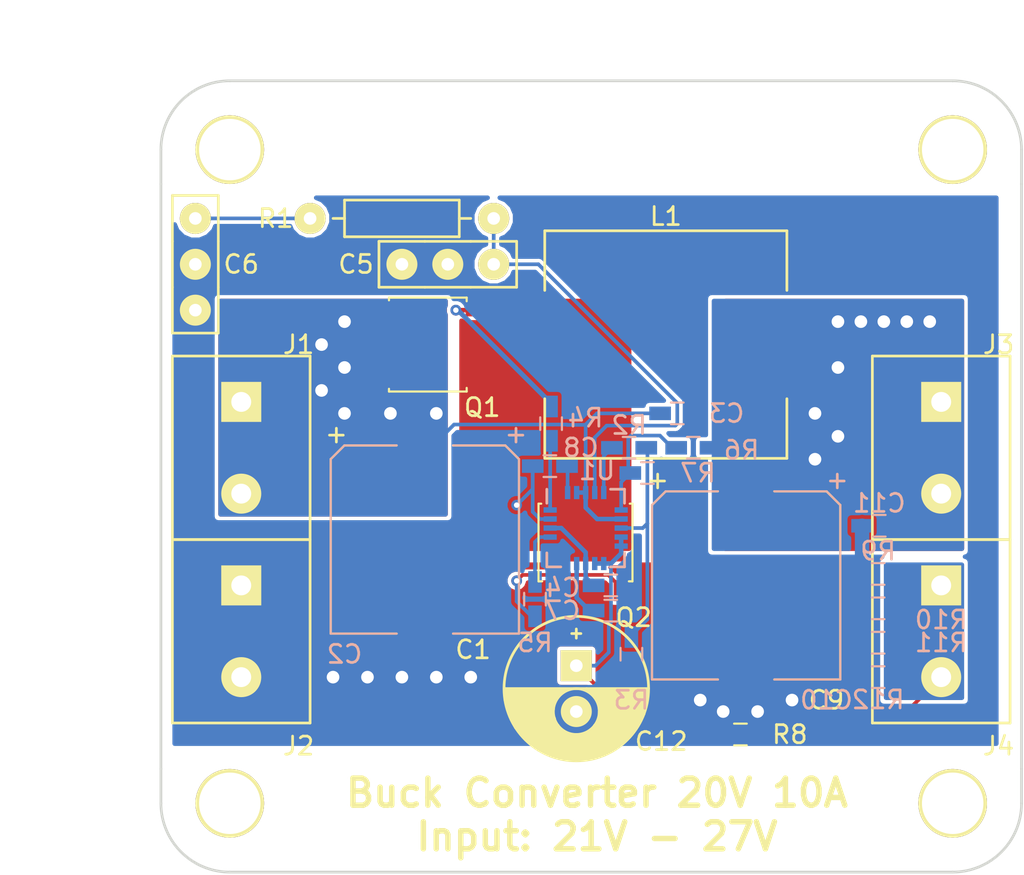
<source format=kicad_pcb>
(kicad_pcb (version 20171130) (host pcbnew "(5.0.2)-1")

  (general
    (thickness 1.6)
    (drawings 15)
    (tracks 134)
    (zones 0)
    (modules 36)
    (nets 19)
  )

  (page A4)
  (layers
    (0 F.Cu signal hide)
    (31 B.Cu signal hide)
    (32 B.Adhes user hide)
    (33 F.Adhes user hide)
    (34 B.Paste user hide)
    (35 F.Paste user hide)
    (36 B.SilkS user hide)
    (37 F.SilkS user)
    (38 B.Mask user hide)
    (39 F.Mask user)
    (40 Dwgs.User user)
    (41 Cmts.User user)
    (42 Eco1.User user)
    (43 Eco2.User user)
    (44 Edge.Cuts user)
    (45 Margin user)
    (46 B.CrtYd user hide)
    (47 F.CrtYd user)
    (48 B.Fab user hide)
    (49 F.Fab user hide)
  )

  (setup
    (last_trace_width 0.2032)
    (trace_clearance 0.2)
    (zone_clearance 0.2)
    (zone_45_only no)
    (trace_min 0.2)
    (segment_width 0.2)
    (edge_width 0.15)
    (via_size 0.6)
    (via_drill 0.3)
    (via_min_size 0.3)
    (via_min_drill 0.3)
    (user_via 0.9 0.7)
    (uvia_size 0.3)
    (uvia_drill 0.1)
    (uvias_allowed no)
    (uvia_min_size 0.2)
    (uvia_min_drill 0.1)
    (pcb_text_width 0.3)
    (pcb_text_size 1.5 1.5)
    (mod_edge_width 0.15)
    (mod_text_size 1 1)
    (mod_text_width 0.15)
    (pad_size 1.524 1.524)
    (pad_drill 0.762)
    (pad_to_mask_clearance 0.051)
    (solder_mask_min_width 0.25)
    (aux_axis_origin 0 0)
    (visible_elements 7FFFFFFF)
    (pcbplotparams
      (layerselection 0x010f0_ffffffff)
      (usegerberextensions true)
      (usegerberattributes false)
      (usegerberadvancedattributes false)
      (creategerberjobfile false)
      (excludeedgelayer true)
      (linewidth 0.100000)
      (plotframeref false)
      (viasonmask false)
      (mode 1)
      (useauxorigin false)
      (hpglpennumber 1)
      (hpglpenspeed 20)
      (hpglpendiameter 15.000000)
      (psnegative false)
      (psa4output false)
      (plotreference true)
      (plotvalue false)
      (plotinvisibletext false)
      (padsonsilk false)
      (subtractmaskfromsilk false)
      (outputformat 1)
      (mirror false)
      (drillshape 0)
      (scaleselection 1)
      (outputdirectory "Gerber/"))
  )

  (net 0 "")
  (net 1 GND)
  (net 2 "Net-(C1-Pad1)")
  (net 3 "Net-(C4-Pad1)")
  (net 4 "Net-(C5-Pad1)")
  (net 5 "Net-(C6-Pad1)")
  (net 6 "Net-(C7-Pad1)")
  (net 7 "Net-(C8-Pad1)")
  (net 8 "Net-(C8-Pad2)")
  (net 9 "Net-(C10-Pad1)")
  (net 10 "Net-(C12-Pad1)")
  (net 11 "Net-(J4-Pad1)")
  (net 12 "Net-(Q1-Pad4)")
  (net 13 "Net-(Q2-Pad4)")
  (net 14 "Net-(R2-Pad1)")
  (net 15 "Net-(R2-Pad2)")
  (net 16 "Net-(R4-Pad2)")
  (net 17 "Net-(R5-Pad2)")
  (net 18 /Vfb)

  (net_class Default "This is the default net class."
    (clearance 0.2)
    (trace_width 0.2032)
    (via_dia 0.6)
    (via_drill 0.3)
    (uvia_dia 0.3)
    (uvia_drill 0.1)
    (add_net /Vfb)
    (add_net GND)
    (add_net "Net-(C1-Pad1)")
    (add_net "Net-(C10-Pad1)")
    (add_net "Net-(C12-Pad1)")
    (add_net "Net-(C4-Pad1)")
    (add_net "Net-(C5-Pad1)")
    (add_net "Net-(C6-Pad1)")
    (add_net "Net-(C7-Pad1)")
    (add_net "Net-(C8-Pad1)")
    (add_net "Net-(C8-Pad2)")
    (add_net "Net-(J4-Pad1)")
    (add_net "Net-(Q1-Pad4)")
    (add_net "Net-(Q2-Pad4)")
    (add_net "Net-(R2-Pad1)")
    (add_net "Net-(R2-Pad2)")
    (add_net "Net-(R4-Pad2)")
    (add_net "Net-(R5-Pad2)")
  )

  (module CustomFootprint:3.4mm_Hole (layer F.Cu) (tedit 58F779E4) (tstamp 5C49B91B)
    (at 192.405 30.48)
    (fp_text reference REF** (at 3.937 -1.905) (layer F.SilkS) hide
      (effects (font (size 1 1) (thickness 0.15)))
    )
    (fp_text value 3.4mm_Hole (at 0 -3.683) (layer F.Fab) hide
      (effects (font (size 1 1) (thickness 0.15)))
    )
    (pad 1 thru_hole circle (at 0 0) (size 3.8 3.8) (drill 3.4) (layers *.Cu *.Mask F.SilkS))
  )

  (module CustomFootprint:3.4mm_Hole (layer F.Cu) (tedit 5C49B02E) (tstamp 5C49B91B)
    (at 192.405 66.675)
    (fp_text reference REF** (at 3.937 -1.905) (layer F.SilkS) hide
      (effects (font (size 1 1) (thickness 0.15)))
    )
    (fp_text value 3.4mm_Hole (at 0 -3.683) (layer F.Fab) hide
      (effects (font (size 1 1) (thickness 0.15)))
    )
    (pad 1 thru_hole circle (at 0 0) (size 3.8 3.8) (drill 3.4) (layers *.Cu *.Mask F.SilkS))
  )

  (module CustomFootprint:3.4mm_Hole (layer F.Cu) (tedit 58F779E4) (tstamp 5C49B91B)
    (at 152.4 66.675)
    (fp_text reference REF** (at 3.937 -1.905) (layer F.SilkS) hide
      (effects (font (size 1 1) (thickness 0.15)))
    )
    (fp_text value 3.4mm_Hole (at 0 -3.683) (layer F.Fab) hide
      (effects (font (size 1 1) (thickness 0.15)))
    )
    (pad 1 thru_hole circle (at 0 0) (size 3.8 3.8) (drill 3.4) (layers *.Cu *.Mask F.SilkS))
  )

  (module Housings_DFN_QFN:QFN-20-1EP_4x4mm_Pitch0.5mm (layer B.Cu) (tedit 5C471D18) (tstamp 5C471426)
    (at 172.095 51.435 270)
    (descr "20-Lead Plastic Quad Flat, No Lead Package (ML) - 4x4x0.9 mm Body [QFN]; (see Microchip Packaging Specification 00000049BS.pdf)")
    (tags "QFN 0.5")
    (path /5C436069)
    (attr smd)
    (fp_text reference U1 (at -3.175 -0.625) (layer B.SilkS)
      (effects (font (size 1 1) (thickness 0.15)) (justify mirror))
    )
    (fp_text value TD8655 (at 0 -3.33 270) (layer B.Fab)
      (effects (font (size 1 1) (thickness 0.15)) (justify mirror))
    )
    (fp_line (start 2.15 2.15) (end 1.375 2.15) (layer B.SilkS) (width 0.15))
    (fp_line (start 2.15 -2.15) (end 1.375 -2.15) (layer B.SilkS) (width 0.15))
    (fp_line (start -2.15 -2.15) (end -1.375 -2.15) (layer B.SilkS) (width 0.15))
    (fp_line (start -2.15 2.15) (end -1.375 2.15) (layer B.SilkS) (width 0.15))
    (fp_line (start 2.15 -2.15) (end 2.15 -1.375) (layer B.SilkS) (width 0.15))
    (fp_line (start -2.15 -2.15) (end -2.15 -1.375) (layer B.SilkS) (width 0.15))
    (fp_line (start 2.15 2.15) (end 2.15 1.375) (layer B.SilkS) (width 0.15))
    (fp_line (start -2.6 -2.6) (end 2.6 -2.6) (layer B.CrtYd) (width 0.05))
    (fp_line (start -2.6 2.6) (end 2.6 2.6) (layer B.CrtYd) (width 0.05))
    (fp_line (start 2.6 2.6) (end 2.6 -2.6) (layer B.CrtYd) (width 0.05))
    (fp_line (start -2.6 2.6) (end -2.6 -2.6) (layer B.CrtYd) (width 0.05))
    (fp_line (start -2 1) (end -1 2) (layer B.Fab) (width 0.15))
    (fp_line (start -2 -2) (end -2 1) (layer B.Fab) (width 0.15))
    (fp_line (start 2 -2) (end -2 -2) (layer B.Fab) (width 0.15))
    (fp_line (start 2 2) (end 2 -2) (layer B.Fab) (width 0.15))
    (fp_line (start -1 2) (end 2 2) (layer B.Fab) (width 0.15))
    (pad 20 smd rect (at -1 1.965 180) (size 0.73 0.3) (layers B.Cu B.Paste B.Mask)
      (net 16 "Net-(R4-Pad2)"))
    (pad 19 smd rect (at -0.5 1.965 180) (size 0.73 0.3) (layers B.Cu B.Paste B.Mask)
      (net 8 "Net-(C8-Pad2)"))
    (pad 18 smd rect (at 0 1.965 180) (size 0.73 0.3) (layers B.Cu B.Paste B.Mask)
      (net 3 "Net-(C4-Pad1)"))
    (pad 17 smd rect (at 0.5 1.965 180) (size 0.73 0.3) (layers B.Cu B.Paste B.Mask)
      (net 17 "Net-(R5-Pad2)"))
    (pad 16 smd rect (at 1 1.965 180) (size 0.73 0.3) (layers B.Cu B.Paste B.Mask)
      (net 1 GND))
    (pad 15 smd rect (at 1.965 1 270) (size 0.73 0.3) (layers B.Cu B.Paste B.Mask)
      (net 1 GND))
    (pad 14 smd rect (at 1.965 0.5 270) (size 0.73 0.3) (layers B.Cu B.Paste B.Mask)
      (net 6 "Net-(C7-Pad1)"))
    (pad 13 smd rect (at 1.965 0 270) (size 0.73 0.3) (layers B.Cu B.Paste B.Mask)
      (net 3 "Net-(C4-Pad1)"))
    (pad 12 smd rect (at 1.965 -0.5 270) (size 0.73 0.3) (layers B.Cu B.Paste B.Mask)
      (net 10 "Net-(C12-Pad1)"))
    (pad 11 smd rect (at 1.965 -1 270) (size 0.73 0.3) (layers B.Cu B.Paste B.Mask)
      (net 10 "Net-(C12-Pad1)"))
    (pad 10 smd rect (at 1 -1.965 180) (size 0.73 0.3) (layers B.Cu B.Paste B.Mask)
      (net 10 "Net-(C12-Pad1)"))
    (pad 9 smd rect (at 0.5 -1.965 180) (size 0.73 0.3) (layers B.Cu B.Paste B.Mask)
      (net 10 "Net-(C12-Pad1)"))
    (pad 8 smd rect (at 0 -1.965 180) (size 0.73 0.3) (layers B.Cu B.Paste B.Mask)
      (net 14 "Net-(R2-Pad1)"))
    (pad 7 smd rect (at -0.5 -1.965 180) (size 0.73 0.3) (layers B.Cu B.Paste B.Mask)
      (net 2 "Net-(C1-Pad1)"))
    (pad 6 smd rect (at -1 -1.965 180) (size 0.73 0.3) (layers B.Cu B.Paste B.Mask)
      (net 18 /Vfb))
    (pad 5 smd rect (at -1.965 -1 270) (size 0.73 0.3) (layers B.Cu B.Paste B.Mask)
      (net 15 "Net-(R2-Pad2)"))
    (pad 4 smd rect (at -1.965 -0.5 270) (size 0.73 0.3) (layers B.Cu B.Paste B.Mask)
      (net 4 "Net-(C5-Pad1)"))
    (pad 3 smd rect (at -1.965 0 270) (size 0.73 0.3) (layers B.Cu B.Paste B.Mask)
      (net 2 "Net-(C1-Pad1)"))
    (pad 2 smd rect (at -1.965 0.5 270) (size 0.73 0.3) (layers B.Cu B.Paste B.Mask)
      (net 2 "Net-(C1-Pad1)"))
    (pad 1 smd rect (at -1.965 1 270) (size 0.73 0.3) (layers B.Cu B.Paste B.Mask)
      (net 7 "Net-(C8-Pad1)"))
    (model ${KISYS3DMOD}/Housings_DFN_QFN.3dshapes/QFN-20-1EP_4x4mm_Pitch0.5mm.wrl
      (at (xyz 0 0 0))
      (scale (xyz 1 1 1))
      (rotate (xyz 0 0 0))
    )
  )

  (module Capacitors_SMD:CP_Elec_10x10.5 (layer F.Cu) (tedit 58AA917F) (tstamp 5C471159)
    (at 163.195 52.07 270)
    (descr "SMT capacitor, aluminium electrolytic, 10x10.5")
    (path /5C43ADD6)
    (attr smd)
    (fp_text reference C1 (at 6.096 -2.667) (layer F.SilkS)
      (effects (font (size 1 1) (thickness 0.15)))
    )
    (fp_text value 330uF (at 0 -6.46 270) (layer F.Fab)
      (effects (font (size 1 1) (thickness 0.15)))
    )
    (fp_line (start 6.25 5.3) (end -6.25 5.3) (layer F.CrtYd) (width 0.05))
    (fp_line (start 6.25 5.3) (end 6.25 -5.31) (layer F.CrtYd) (width 0.05))
    (fp_line (start -6.25 -5.31) (end -6.25 5.3) (layer F.CrtYd) (width 0.05))
    (fp_line (start -6.25 -5.31) (end 6.25 -5.31) (layer F.CrtYd) (width 0.05))
    (fp_line (start -4.45 -5.21) (end 5.21 -5.21) (layer F.SilkS) (width 0.12))
    (fp_line (start -5.21 -4.45) (end -4.45 -5.21) (layer F.SilkS) (width 0.12))
    (fp_line (start -4.45 5.21) (end -5.21 4.45) (layer F.SilkS) (width 0.12))
    (fp_line (start 5.21 5.21) (end -4.45 5.21) (layer F.SilkS) (width 0.12))
    (fp_line (start 5.05 -5.05) (end -4.38 -5.05) (layer F.Fab) (width 0.1))
    (fp_line (start -4.38 -5.05) (end -5.05 -4.38) (layer F.Fab) (width 0.1))
    (fp_line (start -5.05 -4.38) (end -5.05 4.38) (layer F.Fab) (width 0.1))
    (fp_line (start -5.05 4.38) (end -4.38 5.05) (layer F.Fab) (width 0.1))
    (fp_line (start -4.38 5.05) (end 5.05 5.05) (layer F.Fab) (width 0.1))
    (fp_line (start 5.05 5.05) (end 5.05 -5.05) (layer F.Fab) (width 0.1))
    (fp_line (start 5.21 -5.21) (end 5.21 -1.56) (layer F.SilkS) (width 0.12))
    (fp_line (start 5.21 5.21) (end 5.21 1.56) (layer F.SilkS) (width 0.12))
    (fp_line (start -5.21 4.45) (end -5.21 1.56) (layer F.SilkS) (width 0.12))
    (fp_line (start -5.21 -4.45) (end -5.21 -1.56) (layer F.SilkS) (width 0.12))
    (fp_text user %R (at 0 6.46 270) (layer F.Fab)
      (effects (font (size 1 1) (thickness 0.15)))
    )
    (fp_text user + (at -5.78 4.97 270) (layer F.SilkS)
      (effects (font (size 1 1) (thickness 0.15)))
    )
    (fp_text user + (at -2.91 -0.08 270) (layer F.Fab)
      (effects (font (size 1 1) (thickness 0.15)))
    )
    (fp_circle (center 0 0) (end 0 5) (layer F.Fab) (width 0.1))
    (pad 2 smd rect (at 4 0 90) (size 4 2.5) (layers F.Cu F.Paste F.Mask)
      (net 1 GND))
    (pad 1 smd rect (at -4 0 90) (size 4 2.5) (layers F.Cu F.Paste F.Mask)
      (net 2 "Net-(C1-Pad1)"))
    (model Capacitors_SMD.3dshapes/CP_Elec_10x10.5.wrl
      (at (xyz 0 0 0))
      (scale (xyz 1 1 1))
      (rotate (xyz 0 0 180))
    )
  )

  (module Capacitors_SMD:CP_Elec_10x10.5 (layer B.Cu) (tedit 58AA917F) (tstamp 5C471175)
    (at 163.195 52.07 270)
    (descr "SMT capacitor, aluminium electrolytic, 10x10.5")
    (path /5C43AD5E)
    (attr smd)
    (fp_text reference C2 (at 6.35 4.445 180) (layer B.SilkS)
      (effects (font (size 1 1) (thickness 0.15)) (justify mirror))
    )
    (fp_text value 330uF (at 0 6.46 270) (layer B.Fab)
      (effects (font (size 1 1) (thickness 0.15)) (justify mirror))
    )
    (fp_circle (center 0 0) (end 0 -5) (layer B.Fab) (width 0.1))
    (fp_text user + (at -2.91 0.08 270) (layer B.Fab)
      (effects (font (size 1 1) (thickness 0.15)) (justify mirror))
    )
    (fp_text user + (at -5.78 -4.97 270) (layer B.SilkS)
      (effects (font (size 1 1) (thickness 0.15)) (justify mirror))
    )
    (fp_text user %R (at 0 -6.46 270) (layer B.Fab)
      (effects (font (size 1 1) (thickness 0.15)) (justify mirror))
    )
    (fp_line (start -5.21 4.45) (end -5.21 1.56) (layer B.SilkS) (width 0.12))
    (fp_line (start -5.21 -4.45) (end -5.21 -1.56) (layer B.SilkS) (width 0.12))
    (fp_line (start 5.21 -5.21) (end 5.21 -1.56) (layer B.SilkS) (width 0.12))
    (fp_line (start 5.21 5.21) (end 5.21 1.56) (layer B.SilkS) (width 0.12))
    (fp_line (start 5.05 -5.05) (end 5.05 5.05) (layer B.Fab) (width 0.1))
    (fp_line (start -4.38 -5.05) (end 5.05 -5.05) (layer B.Fab) (width 0.1))
    (fp_line (start -5.05 -4.38) (end -4.38 -5.05) (layer B.Fab) (width 0.1))
    (fp_line (start -5.05 4.38) (end -5.05 -4.38) (layer B.Fab) (width 0.1))
    (fp_line (start -4.38 5.05) (end -5.05 4.38) (layer B.Fab) (width 0.1))
    (fp_line (start 5.05 5.05) (end -4.38 5.05) (layer B.Fab) (width 0.1))
    (fp_line (start 5.21 -5.21) (end -4.45 -5.21) (layer B.SilkS) (width 0.12))
    (fp_line (start -4.45 -5.21) (end -5.21 -4.45) (layer B.SilkS) (width 0.12))
    (fp_line (start -5.21 4.45) (end -4.45 5.21) (layer B.SilkS) (width 0.12))
    (fp_line (start -4.45 5.21) (end 5.21 5.21) (layer B.SilkS) (width 0.12))
    (fp_line (start -6.25 5.31) (end 6.25 5.31) (layer B.CrtYd) (width 0.05))
    (fp_line (start -6.25 5.31) (end -6.25 -5.3) (layer B.CrtYd) (width 0.05))
    (fp_line (start 6.25 -5.3) (end 6.25 5.31) (layer B.CrtYd) (width 0.05))
    (fp_line (start 6.25 -5.3) (end -6.25 -5.3) (layer B.CrtYd) (width 0.05))
    (pad 1 smd rect (at -4 0 90) (size 4 2.5) (layers B.Cu B.Paste B.Mask)
      (net 2 "Net-(C1-Pad1)"))
    (pad 2 smd rect (at 4 0 90) (size 4 2.5) (layers B.Cu B.Paste B.Mask)
      (net 1 GND))
    (model Capacitors_SMD.3dshapes/CP_Elec_10x10.5.wrl
      (at (xyz 0 0 0))
      (scale (xyz 1 1 1))
      (rotate (xyz 0 0 180))
    )
  )

  (module Capacitors_SMD:C_0603_HandSoldering (layer B.Cu) (tedit 58AA848B) (tstamp 5C471186)
    (at 177.165 45.085)
    (descr "Capacitor SMD 0603, hand soldering")
    (tags "capacitor 0603")
    (path /5C43AE3F)
    (attr smd)
    (fp_text reference C3 (at 2.728 0) (layer B.SilkS)
      (effects (font (size 1 1) (thickness 0.15)) (justify mirror))
    )
    (fp_text value 100nF (at 0 -1.5) (layer B.Fab)
      (effects (font (size 1 1) (thickness 0.15)) (justify mirror))
    )
    (fp_line (start 1.8 -0.65) (end -1.8 -0.65) (layer B.CrtYd) (width 0.05))
    (fp_line (start 1.8 -0.65) (end 1.8 0.65) (layer B.CrtYd) (width 0.05))
    (fp_line (start -1.8 0.65) (end -1.8 -0.65) (layer B.CrtYd) (width 0.05))
    (fp_line (start -1.8 0.65) (end 1.8 0.65) (layer B.CrtYd) (width 0.05))
    (fp_line (start 0.35 -0.6) (end -0.35 -0.6) (layer B.SilkS) (width 0.12))
    (fp_line (start -0.35 0.6) (end 0.35 0.6) (layer B.SilkS) (width 0.12))
    (fp_line (start -0.8 0.4) (end 0.8 0.4) (layer B.Fab) (width 0.1))
    (fp_line (start 0.8 0.4) (end 0.8 -0.4) (layer B.Fab) (width 0.1))
    (fp_line (start 0.8 -0.4) (end -0.8 -0.4) (layer B.Fab) (width 0.1))
    (fp_line (start -0.8 -0.4) (end -0.8 0.4) (layer B.Fab) (width 0.1))
    (fp_text user %R (at 0 1.25) (layer B.Fab)
      (effects (font (size 1 1) (thickness 0.15)) (justify mirror))
    )
    (pad 2 smd rect (at 0.95 0) (size 1.2 0.75) (layers B.Cu B.Paste B.Mask)
      (net 1 GND))
    (pad 1 smd rect (at -0.95 0) (size 1.2 0.75) (layers B.Cu B.Paste B.Mask)
      (net 2 "Net-(C1-Pad1)"))
    (model Capacitors_SMD.3dshapes/C_0603.wrl
      (at (xyz 0 0 0))
      (scale (xyz 1 1 1))
      (rotate (xyz 0 0 0))
    )
  )

  (module Capacitors_SMD:C_0603_HandSoldering (layer B.Cu) (tedit 58AA848B) (tstamp 5C471197)
    (at 173.482 54.61)
    (descr "Capacitor SMD 0603, hand soldering")
    (tags "capacitor 0603")
    (path /5C4D3D0D)
    (attr smd)
    (fp_text reference C4 (at -2.667 0.127 180) (layer B.SilkS)
      (effects (font (size 1 1) (thickness 0.15)) (justify mirror))
    )
    (fp_text value 1uF (at 0 -1.5) (layer B.Fab)
      (effects (font (size 1 1) (thickness 0.15)) (justify mirror))
    )
    (fp_text user %R (at 0 1.25) (layer B.Fab)
      (effects (font (size 1 1) (thickness 0.15)) (justify mirror))
    )
    (fp_line (start -0.8 -0.4) (end -0.8 0.4) (layer B.Fab) (width 0.1))
    (fp_line (start 0.8 -0.4) (end -0.8 -0.4) (layer B.Fab) (width 0.1))
    (fp_line (start 0.8 0.4) (end 0.8 -0.4) (layer B.Fab) (width 0.1))
    (fp_line (start -0.8 0.4) (end 0.8 0.4) (layer B.Fab) (width 0.1))
    (fp_line (start -0.35 0.6) (end 0.35 0.6) (layer B.SilkS) (width 0.12))
    (fp_line (start 0.35 -0.6) (end -0.35 -0.6) (layer B.SilkS) (width 0.12))
    (fp_line (start -1.8 0.65) (end 1.8 0.65) (layer B.CrtYd) (width 0.05))
    (fp_line (start -1.8 0.65) (end -1.8 -0.65) (layer B.CrtYd) (width 0.05))
    (fp_line (start 1.8 -0.65) (end 1.8 0.65) (layer B.CrtYd) (width 0.05))
    (fp_line (start 1.8 -0.65) (end -1.8 -0.65) (layer B.CrtYd) (width 0.05))
    (pad 1 smd rect (at -0.95 0) (size 1.2 0.75) (layers B.Cu B.Paste B.Mask)
      (net 3 "Net-(C4-Pad1)"))
    (pad 2 smd rect (at 0.95 0) (size 1.2 0.75) (layers B.Cu B.Paste B.Mask)
      (net 1 GND))
    (model Capacitors_SMD.3dshapes/C_0603.wrl
      (at (xyz 0 0 0))
      (scale (xyz 1 1 1))
      (rotate (xyz 0 0 0))
    )
  )

  (module CustomFootprint:Cap_UnPol_P3 (layer F.Cu) (tedit 58F35BC5) (tstamp 5C4711A6)
    (at 167.005 36.83 270)
    (descr "Through hole pin header")
    (tags "pin header")
    (path /5C4BBF6C)
    (fp_text reference C5 (at 0 7.62) (layer F.SilkS)
      (effects (font (size 1 1) (thickness 0.15)))
    )
    (fp_text value 220pF (at 2.032 2.54) (layer F.Fab)
      (effects (font (size 1 1) (thickness 0.15)))
    )
    (fp_line (start -1.27 1.27) (end -1.27 3.81) (layer F.SilkS) (width 0.15))
    (fp_line (start 1.27 1.27) (end 1.27 3.81) (layer F.SilkS) (width 0.15))
    (fp_line (start 1.27 -1.27) (end 1.27 1.27) (layer F.SilkS) (width 0.15))
    (fp_line (start -1.27 -1.27) (end 1.27 -1.27) (layer F.SilkS) (width 0.15))
    (fp_line (start -1.27 1.27) (end -1.27 -1.27) (layer F.SilkS) (width 0.15))
    (fp_line (start -1.27 6.35) (end -1.27 3.81) (layer F.SilkS) (width 0.15))
    (fp_line (start 1.27 6.35) (end -1.27 6.35) (layer F.SilkS) (width 0.15))
    (fp_line (start 1.27 3.81) (end 1.27 6.35) (layer F.SilkS) (width 0.15))
    (pad 2 thru_hole circle (at 0 5.08 270) (size 1.716 1.716) (drill 0.7) (layers *.Cu *.Mask F.SilkS)
      (net 1 GND))
    (pad 2 thru_hole circle (at 0 2.54 270) (size 1.716 1.716) (drill 0.7) (layers *.Cu *.Mask F.SilkS)
      (net 1 GND))
    (pad 1 thru_hole circle (at 0 0 270) (size 1.716 1.716) (drill 0.7) (layers *.Cu *.Mask F.SilkS)
      (net 4 "Net-(C5-Pad1)"))
    (model Pin_Headers.3dshapes/Pin_Header_Straight_1x02.wrl
      (offset (xyz 0 -1.269999980926514 0))
      (scale (xyz 1 1 1))
      (rotate (xyz 0 0 90))
    )
  )

  (module CustomFootprint:Cap_UnPol_P3 (layer F.Cu) (tedit 58F35BC5) (tstamp 5C4711B5)
    (at 150.495 34.29)
    (descr "Through hole pin header")
    (tags "pin header")
    (path /5C4BBF14)
    (fp_text reference C6 (at 2.54 2.54 180) (layer F.SilkS)
      (effects (font (size 1 1) (thickness 0.15)))
    )
    (fp_text value 2.2nF (at 2.032 2.54 90) (layer F.Fab)
      (effects (font (size 1 1) (thickness 0.15)))
    )
    (fp_line (start 1.27 3.81) (end 1.27 6.35) (layer F.SilkS) (width 0.15))
    (fp_line (start 1.27 6.35) (end -1.27 6.35) (layer F.SilkS) (width 0.15))
    (fp_line (start -1.27 6.35) (end -1.27 3.81) (layer F.SilkS) (width 0.15))
    (fp_line (start -1.27 1.27) (end -1.27 -1.27) (layer F.SilkS) (width 0.15))
    (fp_line (start -1.27 -1.27) (end 1.27 -1.27) (layer F.SilkS) (width 0.15))
    (fp_line (start 1.27 -1.27) (end 1.27 1.27) (layer F.SilkS) (width 0.15))
    (fp_line (start 1.27 1.27) (end 1.27 3.81) (layer F.SilkS) (width 0.15))
    (fp_line (start -1.27 1.27) (end -1.27 3.81) (layer F.SilkS) (width 0.15))
    (pad 1 thru_hole circle (at 0 0) (size 1.716 1.716) (drill 0.7) (layers *.Cu *.Mask F.SilkS)
      (net 5 "Net-(C6-Pad1)"))
    (pad 2 thru_hole circle (at 0 2.54) (size 1.716 1.716) (drill 0.7) (layers *.Cu *.Mask F.SilkS)
      (net 1 GND))
    (pad 2 thru_hole circle (at 0 5.08) (size 1.716 1.716) (drill 0.7) (layers *.Cu *.Mask F.SilkS)
      (net 1 GND))
    (model Pin_Headers.3dshapes/Pin_Header_Straight_1x02.wrl
      (offset (xyz 0 -1.269999980926514 0))
      (scale (xyz 1 1 1))
      (rotate (xyz 0 0 90))
    )
  )

  (module Capacitors_SMD:C_0603_HandSoldering (layer B.Cu) (tedit 58AA848B) (tstamp 5C4711C6)
    (at 173.482 56.007)
    (descr "Capacitor SMD 0603, hand soldering")
    (tags "capacitor 0603")
    (path /5C48D70F)
    (attr smd)
    (fp_text reference C7 (at -2.667 0) (layer B.SilkS)
      (effects (font (size 1 1) (thickness 0.15)) (justify mirror))
    )
    (fp_text value 100nF (at 0 -1.5) (layer B.Fab)
      (effects (font (size 1 1) (thickness 0.15)) (justify mirror))
    )
    (fp_line (start 1.8 -0.65) (end -1.8 -0.65) (layer B.CrtYd) (width 0.05))
    (fp_line (start 1.8 -0.65) (end 1.8 0.65) (layer B.CrtYd) (width 0.05))
    (fp_line (start -1.8 0.65) (end -1.8 -0.65) (layer B.CrtYd) (width 0.05))
    (fp_line (start -1.8 0.65) (end 1.8 0.65) (layer B.CrtYd) (width 0.05))
    (fp_line (start 0.35 -0.6) (end -0.35 -0.6) (layer B.SilkS) (width 0.12))
    (fp_line (start -0.35 0.6) (end 0.35 0.6) (layer B.SilkS) (width 0.12))
    (fp_line (start -0.8 0.4) (end 0.8 0.4) (layer B.Fab) (width 0.1))
    (fp_line (start 0.8 0.4) (end 0.8 -0.4) (layer B.Fab) (width 0.1))
    (fp_line (start 0.8 -0.4) (end -0.8 -0.4) (layer B.Fab) (width 0.1))
    (fp_line (start -0.8 -0.4) (end -0.8 0.4) (layer B.Fab) (width 0.1))
    (fp_text user %R (at 0 1.25) (layer B.Fab)
      (effects (font (size 1 1) (thickness 0.15)) (justify mirror))
    )
    (pad 2 smd rect (at 0.95 0) (size 1.2 0.75) (layers B.Cu B.Paste B.Mask)
      (net 1 GND))
    (pad 1 smd rect (at -0.95 0) (size 1.2 0.75) (layers B.Cu B.Paste B.Mask)
      (net 6 "Net-(C7-Pad1)"))
    (model Capacitors_SMD.3dshapes/C_0603.wrl
      (at (xyz 0 0 0))
      (scale (xyz 1 1 1))
      (rotate (xyz 0 0 0))
    )
  )

  (module Capacitors_SMD:C_0603_HandSoldering (layer B.Cu) (tedit 58AA848B) (tstamp 5C49B365)
    (at 170.114 48.006 180)
    (descr "Capacitor SMD 0603, hand soldering")
    (tags "capacitor 0603")
    (path /5C43A53A)
    (attr smd)
    (fp_text reference C8 (at -1.717 1.016) (layer B.SilkS)
      (effects (font (size 1 1) (thickness 0.15)) (justify mirror))
    )
    (fp_text value 100nF (at 0 -1.5 180) (layer B.Fab)
      (effects (font (size 1 1) (thickness 0.15)) (justify mirror))
    )
    (fp_text user %R (at 0 1.25 180) (layer B.Fab)
      (effects (font (size 1 1) (thickness 0.15)) (justify mirror))
    )
    (fp_line (start -0.8 -0.4) (end -0.8 0.4) (layer B.Fab) (width 0.1))
    (fp_line (start 0.8 -0.4) (end -0.8 -0.4) (layer B.Fab) (width 0.1))
    (fp_line (start 0.8 0.4) (end 0.8 -0.4) (layer B.Fab) (width 0.1))
    (fp_line (start -0.8 0.4) (end 0.8 0.4) (layer B.Fab) (width 0.1))
    (fp_line (start -0.35 0.6) (end 0.35 0.6) (layer B.SilkS) (width 0.12))
    (fp_line (start 0.35 -0.6) (end -0.35 -0.6) (layer B.SilkS) (width 0.12))
    (fp_line (start -1.8 0.65) (end 1.8 0.65) (layer B.CrtYd) (width 0.05))
    (fp_line (start -1.8 0.65) (end -1.8 -0.65) (layer B.CrtYd) (width 0.05))
    (fp_line (start 1.8 -0.65) (end 1.8 0.65) (layer B.CrtYd) (width 0.05))
    (fp_line (start 1.8 -0.65) (end -1.8 -0.65) (layer B.CrtYd) (width 0.05))
    (pad 1 smd rect (at -0.95 0 180) (size 1.2 0.75) (layers B.Cu B.Paste B.Mask)
      (net 7 "Net-(C8-Pad1)"))
    (pad 2 smd rect (at 0.95 0 180) (size 1.2 0.75) (layers B.Cu B.Paste B.Mask)
      (net 8 "Net-(C8-Pad2)"))
    (model Capacitors_SMD.3dshapes/C_0603.wrl
      (at (xyz 0 0 0))
      (scale (xyz 1 1 1))
      (rotate (xyz 0 0 0))
    )
  )

  (module Capacitors_SMD:CP_Elec_10x10.5 (layer F.Cu) (tedit 58AA917F) (tstamp 5C471E72)
    (at 180.975 54.61 270)
    (descr "SMT capacitor, aluminium electrolytic, 10x10.5")
    (path /5C461B70)
    (attr smd)
    (fp_text reference C9 (at 6.35 -4.445) (layer F.SilkS)
      (effects (font (size 1 1) (thickness 0.15)))
    )
    (fp_text value 330uF (at 0 -6.46 270) (layer F.Fab)
      (effects (font (size 1 1) (thickness 0.15)))
    )
    (fp_line (start 6.25 5.3) (end -6.25 5.3) (layer F.CrtYd) (width 0.05))
    (fp_line (start 6.25 5.3) (end 6.25 -5.31) (layer F.CrtYd) (width 0.05))
    (fp_line (start -6.25 -5.31) (end -6.25 5.3) (layer F.CrtYd) (width 0.05))
    (fp_line (start -6.25 -5.31) (end 6.25 -5.31) (layer F.CrtYd) (width 0.05))
    (fp_line (start -4.45 -5.21) (end 5.21 -5.21) (layer F.SilkS) (width 0.12))
    (fp_line (start -5.21 -4.45) (end -4.45 -5.21) (layer F.SilkS) (width 0.12))
    (fp_line (start -4.45 5.21) (end -5.21 4.45) (layer F.SilkS) (width 0.12))
    (fp_line (start 5.21 5.21) (end -4.45 5.21) (layer F.SilkS) (width 0.12))
    (fp_line (start 5.05 -5.05) (end -4.38 -5.05) (layer F.Fab) (width 0.1))
    (fp_line (start -4.38 -5.05) (end -5.05 -4.38) (layer F.Fab) (width 0.1))
    (fp_line (start -5.05 -4.38) (end -5.05 4.38) (layer F.Fab) (width 0.1))
    (fp_line (start -5.05 4.38) (end -4.38 5.05) (layer F.Fab) (width 0.1))
    (fp_line (start -4.38 5.05) (end 5.05 5.05) (layer F.Fab) (width 0.1))
    (fp_line (start 5.05 5.05) (end 5.05 -5.05) (layer F.Fab) (width 0.1))
    (fp_line (start 5.21 -5.21) (end 5.21 -1.56) (layer F.SilkS) (width 0.12))
    (fp_line (start 5.21 5.21) (end 5.21 1.56) (layer F.SilkS) (width 0.12))
    (fp_line (start -5.21 4.45) (end -5.21 1.56) (layer F.SilkS) (width 0.12))
    (fp_line (start -5.21 -4.45) (end -5.21 -1.56) (layer F.SilkS) (width 0.12))
    (fp_text user %R (at 0 6.46 270) (layer F.Fab)
      (effects (font (size 1 1) (thickness 0.15)))
    )
    (fp_text user + (at -5.78 4.97 270) (layer F.SilkS)
      (effects (font (size 1 1) (thickness 0.15)))
    )
    (fp_text user + (at -2.91 -0.08 270) (layer F.Fab)
      (effects (font (size 1 1) (thickness 0.15)))
    )
    (fp_circle (center 0 0) (end 0 5) (layer F.Fab) (width 0.1))
    (pad 2 smd rect (at 4 0 90) (size 4 2.5) (layers F.Cu F.Paste F.Mask)
      (net 1 GND))
    (pad 1 smd rect (at -4 0 90) (size 4 2.5) (layers F.Cu F.Paste F.Mask)
      (net 9 "Net-(C10-Pad1)"))
    (model Capacitors_SMD.3dshapes/CP_Elec_10x10.5.wrl
      (at (xyz 0 0 0))
      (scale (xyz 1 1 1))
      (rotate (xyz 0 0 180))
    )
  )

  (module Capacitors_SMD:CP_Elec_10x10.5 (layer B.Cu) (tedit 58AA917F) (tstamp 5C47120F)
    (at 180.975 54.61 270)
    (descr "SMT capacitor, aluminium electrolytic, 10x10.5")
    (path /5C461B6A)
    (attr smd)
    (fp_text reference C10 (at 6.35 -4.445) (layer B.SilkS)
      (effects (font (size 1 1) (thickness 0.15)) (justify mirror))
    )
    (fp_text value 330uF (at 0 6.46 270) (layer B.Fab)
      (effects (font (size 1 1) (thickness 0.15)) (justify mirror))
    )
    (fp_circle (center 0 0) (end 0 -5) (layer B.Fab) (width 0.1))
    (fp_text user + (at -2.91 0.08 270) (layer B.Fab)
      (effects (font (size 1 1) (thickness 0.15)) (justify mirror))
    )
    (fp_text user + (at -5.78 -4.97 270) (layer B.SilkS)
      (effects (font (size 1 1) (thickness 0.15)) (justify mirror))
    )
    (fp_text user %R (at 0 -6.46 270) (layer B.Fab)
      (effects (font (size 1 1) (thickness 0.15)) (justify mirror))
    )
    (fp_line (start -5.21 4.45) (end -5.21 1.56) (layer B.SilkS) (width 0.12))
    (fp_line (start -5.21 -4.45) (end -5.21 -1.56) (layer B.SilkS) (width 0.12))
    (fp_line (start 5.21 -5.21) (end 5.21 -1.56) (layer B.SilkS) (width 0.12))
    (fp_line (start 5.21 5.21) (end 5.21 1.56) (layer B.SilkS) (width 0.12))
    (fp_line (start 5.05 -5.05) (end 5.05 5.05) (layer B.Fab) (width 0.1))
    (fp_line (start -4.38 -5.05) (end 5.05 -5.05) (layer B.Fab) (width 0.1))
    (fp_line (start -5.05 -4.38) (end -4.38 -5.05) (layer B.Fab) (width 0.1))
    (fp_line (start -5.05 4.38) (end -5.05 -4.38) (layer B.Fab) (width 0.1))
    (fp_line (start -4.38 5.05) (end -5.05 4.38) (layer B.Fab) (width 0.1))
    (fp_line (start 5.05 5.05) (end -4.38 5.05) (layer B.Fab) (width 0.1))
    (fp_line (start 5.21 -5.21) (end -4.45 -5.21) (layer B.SilkS) (width 0.12))
    (fp_line (start -4.45 -5.21) (end -5.21 -4.45) (layer B.SilkS) (width 0.12))
    (fp_line (start -5.21 4.45) (end -4.45 5.21) (layer B.SilkS) (width 0.12))
    (fp_line (start -4.45 5.21) (end 5.21 5.21) (layer B.SilkS) (width 0.12))
    (fp_line (start -6.25 5.31) (end 6.25 5.31) (layer B.CrtYd) (width 0.05))
    (fp_line (start -6.25 5.31) (end -6.25 -5.3) (layer B.CrtYd) (width 0.05))
    (fp_line (start 6.25 -5.3) (end 6.25 5.31) (layer B.CrtYd) (width 0.05))
    (fp_line (start 6.25 -5.3) (end -6.25 -5.3) (layer B.CrtYd) (width 0.05))
    (pad 1 smd rect (at -4 0 90) (size 4 2.5) (layers B.Cu B.Paste B.Mask)
      (net 9 "Net-(C10-Pad1)"))
    (pad 2 smd rect (at 4 0 90) (size 4 2.5) (layers B.Cu B.Paste B.Mask)
      (net 1 GND))
    (model Capacitors_SMD.3dshapes/CP_Elec_10x10.5.wrl
      (at (xyz 0 0 0))
      (scale (xyz 1 1 1))
      (rotate (xyz 0 0 180))
    )
  )

  (module Capacitors_SMD:C_0603_HandSoldering (layer B.Cu) (tedit 58AA848B) (tstamp 5C471220)
    (at 188.341 51.308 180)
    (descr "Capacitor SMD 0603, hand soldering")
    (tags "capacitor 0603")
    (path /5C461B76)
    (attr smd)
    (fp_text reference C11 (at 0 1.25 180) (layer B.SilkS)
      (effects (font (size 1 1) (thickness 0.15)) (justify mirror))
    )
    (fp_text value 100nF (at 0 -1.5 180) (layer B.Fab)
      (effects (font (size 1 1) (thickness 0.15)) (justify mirror))
    )
    (fp_text user %R (at 0 1.25 180) (layer B.Fab)
      (effects (font (size 1 1) (thickness 0.15)) (justify mirror))
    )
    (fp_line (start -0.8 -0.4) (end -0.8 0.4) (layer B.Fab) (width 0.1))
    (fp_line (start 0.8 -0.4) (end -0.8 -0.4) (layer B.Fab) (width 0.1))
    (fp_line (start 0.8 0.4) (end 0.8 -0.4) (layer B.Fab) (width 0.1))
    (fp_line (start -0.8 0.4) (end 0.8 0.4) (layer B.Fab) (width 0.1))
    (fp_line (start -0.35 0.6) (end 0.35 0.6) (layer B.SilkS) (width 0.12))
    (fp_line (start 0.35 -0.6) (end -0.35 -0.6) (layer B.SilkS) (width 0.12))
    (fp_line (start -1.8 0.65) (end 1.8 0.65) (layer B.CrtYd) (width 0.05))
    (fp_line (start -1.8 0.65) (end -1.8 -0.65) (layer B.CrtYd) (width 0.05))
    (fp_line (start 1.8 -0.65) (end 1.8 0.65) (layer B.CrtYd) (width 0.05))
    (fp_line (start 1.8 -0.65) (end -1.8 -0.65) (layer B.CrtYd) (width 0.05))
    (pad 1 smd rect (at -0.95 0 180) (size 1.2 0.75) (layers B.Cu B.Paste B.Mask)
      (net 9 "Net-(C10-Pad1)"))
    (pad 2 smd rect (at 0.95 0 180) (size 1.2 0.75) (layers B.Cu B.Paste B.Mask)
      (net 1 GND))
    (model Capacitors_SMD.3dshapes/C_0603.wrl
      (at (xyz 0 0 0))
      (scale (xyz 1 1 1))
      (rotate (xyz 0 0 0))
    )
  )

  (module CustomFootprint:Cap_Pol_Radial_D8_P2 (layer F.Cu) (tedit 58F09B01) (tstamp 5C471293)
    (at 171.577 59.055 270)
    (descr "Radial Electrolytic Capacitor Diameter 8mm x Length 13mm, Pitch 3.8mm")
    (tags "Electrolytic Capacitor")
    (path /5C4A0C4C)
    (fp_text reference C12 (at 4.191 -4.699 180) (layer F.SilkS)
      (effects (font (size 1 1) (thickness 0.15)))
    )
    (fp_text value 10uF (at 1.27 -4.826 270) (layer F.Fab)
      (effects (font (size 1 1) (thickness 0.15)))
    )
    (fp_circle (center 1.27 0) (end 5.27 0) (layer F.SilkS) (width 0.15))
    (fp_line (start 5.1435 0.6985) (end 5.1435 -0.5715) (layer F.SilkS) (width 0.15))
    (fp_line (start 5.08 1.016) (end 5.1435 0.6985) (layer F.SilkS) (width 0.15))
    (fp_line (start 5.08 -1.0795) (end 5.08 1.016) (layer F.SilkS) (width 0.15))
    (fp_line (start 4.953 -1.4605) (end 5.08 -1.0795) (layer F.SilkS) (width 0.15))
    (fp_line (start 4.953 1.3335) (end 4.953 -1.4605) (layer F.SilkS) (width 0.15))
    (fp_line (start 4.826 1.7145) (end 4.953 1.3335) (layer F.SilkS) (width 0.15))
    (fp_line (start 4.826 -1.651) (end 4.826 1.7145) (layer F.SilkS) (width 0.15))
    (fp_line (start 4.699 -1.905) (end 4.826 -1.651) (layer F.SilkS) (width 0.15))
    (fp_line (start 4.699 1.905) (end 4.699 -1.905) (layer F.SilkS) (width 0.15))
    (fp_line (start 4.572 2.0955) (end 4.699 1.905) (layer F.SilkS) (width 0.15))
    (fp_line (start 4.572 -2.159) (end 4.572 2.0955) (layer F.SilkS) (width 0.15))
    (fp_line (start 4.445 -2.413) (end 4.572 -2.159) (layer F.SilkS) (width 0.15))
    (fp_line (start 4.445 2.3495) (end 4.445 -2.413) (layer F.SilkS) (width 0.15))
    (fp_line (start 4.318 2.4765) (end 4.445 2.3495) (layer F.SilkS) (width 0.15))
    (fp_line (start 4.318 -2.4765) (end 4.318 2.4765) (layer F.SilkS) (width 0.15))
    (fp_line (start 4.191 -2.6035) (end 4.318 -2.4765) (layer F.SilkS) (width 0.15))
    (fp_line (start 4.191 2.6035) (end 4.191 -2.6035) (layer F.SilkS) (width 0.15))
    (fp_line (start 4.064 2.7305) (end 4.191 2.6035) (layer F.SilkS) (width 0.15))
    (fp_line (start 4.064 -2.794) (end 4.064 2.7305) (layer F.SilkS) (width 0.15))
    (fp_line (start 3.937 -2.8575) (end 4.064 -2.794) (layer F.SilkS) (width 0.15))
    (fp_line (start 3.937 2.8575) (end 3.937 -2.8575) (layer F.SilkS) (width 0.15))
    (fp_line (start 3.81 3.048) (end 3.937 2.8575) (layer F.SilkS) (width 0.15))
    (fp_line (start 3.81 -3.048) (end 3.81 3.048) (layer F.SilkS) (width 0.15))
    (fp_line (start 3.683 -3.175) (end 3.81 -3.048) (layer F.SilkS) (width 0.15))
    (fp_line (start 1.27 3.937) (end 1.397 3.937) (layer F.SilkS) (width 0.15))
    (fp_line (start 1.27 -4.0005) (end 1.27 3.937) (layer F.SilkS) (width 0.15))
    (fp_circle (center 2.54 0) (end 3.81 0) (layer F.SilkS) (width 0.15))
    (fp_line (start 4.445 2.2225) (end 4.5085 2.159) (layer F.SilkS) (width 0.15))
    (fp_line (start 3.937 2.8575) (end 4.064 2.7305) (layer F.SilkS) (width 0.15))
    (fp_line (start 5.0165 1.2065) (end 5.0165 1.016) (layer F.SilkS) (width 0.15))
    (fp_line (start 4.6355 -1.9685) (end 4.445 -2.032) (layer F.SilkS) (width 0.15))
    (fp_line (start 4.7625 -1.905) (end 4.6355 -1.9685) (layer F.SilkS) (width 0.15))
    (fp_line (start 3.81 -2.9845) (end 4.191 -2.6035) (layer F.SilkS) (width 0.15))
    (fp_line (start 3.683 -0.635) (end 3.683 -3.1115) (layer F.SilkS) (width 0.15))
    (fp_line (start 3.556 -0.8255) (end 3.683 -0.635) (layer F.SilkS) (width 0.15))
    (fp_line (start 3.556 -3.2385) (end 3.556 -0.8255) (layer F.SilkS) (width 0.15))
    (fp_line (start 3.429 -3.302) (end 3.556 -3.2385) (layer F.SilkS) (width 0.15))
    (fp_line (start 3.429 -0.9525) (end 3.429 -3.302) (layer F.SilkS) (width 0.15))
    (fp_line (start 3.302 -1.016) (end 3.429 -0.9525) (layer F.SilkS) (width 0.15))
    (fp_line (start 3.302 -3.429) (end 3.302 -1.016) (layer F.SilkS) (width 0.15))
    (fp_line (start 3.175 -3.4925) (end 3.302 -3.429) (layer F.SilkS) (width 0.15))
    (fp_line (start 3.175 -1.143) (end 3.175 -3.4925) (layer F.SilkS) (width 0.15))
    (fp_line (start 3.048 -1.2065) (end 3.175 -1.143) (layer F.SilkS) (width 0.15))
    (fp_line (start 3.048 -3.556) (end 3.048 -1.2065) (layer F.SilkS) (width 0.15))
    (fp_line (start 2.921 -3.6195) (end 3.048 -3.556) (layer F.SilkS) (width 0.15))
    (fp_line (start 2.921 -1.27) (end 2.921 -3.6195) (layer F.SilkS) (width 0.15))
    (fp_line (start 2.794 -1.27) (end 2.921 -1.27) (layer F.SilkS) (width 0.15))
    (fp_line (start 2.794 -3.683) (end 2.794 -1.27) (layer F.SilkS) (width 0.15))
    (fp_line (start 2.667 -3.7465) (end 2.794 -3.683) (layer F.SilkS) (width 0.15))
    (fp_line (start 2.667 -1.27) (end 2.667 -3.7465) (layer F.SilkS) (width 0.15))
    (fp_line (start 2.54 -1.27) (end 2.667 -1.27) (layer F.SilkS) (width 0.15))
    (fp_line (start 2.54 -3.7465) (end 2.54 -1.27) (layer F.SilkS) (width 0.15))
    (fp_line (start 2.413 -3.81) (end 2.54 -3.7465) (layer F.SilkS) (width 0.15))
    (fp_line (start 2.413 -1.27) (end 2.413 -3.81) (layer F.SilkS) (width 0.15))
    (fp_line (start 2.286 -1.27) (end 2.413 -1.27) (layer F.SilkS) (width 0.15))
    (fp_line (start 2.286 -3.81) (end 2.286 -1.27) (layer F.SilkS) (width 0.15))
    (fp_line (start 2.159 -3.81) (end 2.286 -3.81) (layer F.SilkS) (width 0.15))
    (fp_line (start 2.159 -1.27) (end 2.159 -3.81) (layer F.SilkS) (width 0.15))
    (fp_line (start 2.032 -1.2065) (end 2.159 -1.27) (layer F.SilkS) (width 0.15))
    (fp_line (start 2.032 -3.8735) (end 2.032 -1.2065) (layer F.SilkS) (width 0.15))
    (fp_line (start 1.905 -3.937) (end 2.032 -3.8735) (layer F.SilkS) (width 0.15))
    (fp_line (start 1.905 -1.2065) (end 1.905 -3.937) (layer F.SilkS) (width 0.15))
    (fp_line (start 1.778 -1.0795) (end 1.905 -1.2065) (layer F.SilkS) (width 0.15))
    (fp_line (start 1.778 -3.8735) (end 1.778 -1.0795) (layer F.SilkS) (width 0.15))
    (fp_line (start 1.651 -3.937) (end 1.778 -3.8735) (layer F.SilkS) (width 0.15))
    (fp_line (start 1.651 -0.9525) (end 1.651 -3.937) (layer F.SilkS) (width 0.15))
    (fp_line (start 1.524 -0.8255) (end 1.651 -0.9525) (layer F.SilkS) (width 0.15))
    (fp_line (start 1.524 -3.937) (end 1.524 -0.8255) (layer F.SilkS) (width 0.15))
    (fp_line (start 3.683 0.635) (end 3.683 3.1115) (layer F.SilkS) (width 0.15))
    (fp_line (start 3.556 0.8255) (end 3.683 0.635) (layer F.SilkS) (width 0.15))
    (fp_line (start 3.556 3.175) (end 3.556 0.8255) (layer F.SilkS) (width 0.15))
    (fp_line (start 3.429 3.3655) (end 3.556 3.175) (layer F.SilkS) (width 0.15))
    (fp_line (start 3.429 0.9525) (end 3.429 3.3655) (layer F.SilkS) (width 0.15))
    (fp_line (start 3.302 1.016) (end 3.429 0.9525) (layer F.SilkS) (width 0.15))
    (fp_line (start 3.302 3.3655) (end 3.302 1.016) (layer F.SilkS) (width 0.15))
    (fp_line (start 3.175 3.4925) (end 3.302 3.3655) (layer F.SilkS) (width 0.15))
    (fp_line (start 3.175 1.143) (end 3.175 3.4925) (layer F.SilkS) (width 0.15))
    (fp_line (start 3.048 1.2065) (end 3.175 1.143) (layer F.SilkS) (width 0.15))
    (fp_line (start 3.048 3.4925) (end 3.048 1.2065) (layer F.SilkS) (width 0.15))
    (fp_line (start 2.921 3.6195) (end 3.048 3.4925) (layer F.SilkS) (width 0.15))
    (fp_line (start 2.921 1.2065) (end 2.921 3.6195) (layer F.SilkS) (width 0.15))
    (fp_line (start 2.794 1.27) (end 2.921 1.2065) (layer F.SilkS) (width 0.15))
    (fp_line (start 2.794 3.6195) (end 2.794 1.27) (layer F.SilkS) (width 0.15))
    (fp_line (start 2.667 3.683) (end 2.794 3.6195) (layer F.SilkS) (width 0.15))
    (fp_line (start 2.667 1.3335) (end 2.667 3.683) (layer F.SilkS) (width 0.15))
    (fp_line (start 2.54 1.3335) (end 2.667 1.3335) (layer F.SilkS) (width 0.15))
    (fp_line (start 2.54 3.7465) (end 2.54 1.3335) (layer F.SilkS) (width 0.15))
    (fp_line (start 2.413 3.81) (end 2.54 3.7465) (layer F.SilkS) (width 0.15))
    (fp_line (start 2.413 1.27) (end 2.413 3.81) (layer F.SilkS) (width 0.15))
    (fp_line (start 2.286 1.27) (end 2.413 1.27) (layer F.SilkS) (width 0.15))
    (fp_line (start 2.286 3.81) (end 2.286 1.27) (layer F.SilkS) (width 0.15))
    (fp_line (start 2.159 3.81) (end 2.286 3.81) (layer F.SilkS) (width 0.15))
    (fp_line (start 2.159 1.27) (end 2.159 3.81) (layer F.SilkS) (width 0.15))
    (fp_line (start 2.032 1.2065) (end 2.159 1.27) (layer F.SilkS) (width 0.15))
    (fp_line (start 2.032 3.8735) (end 2.032 1.2065) (layer F.SilkS) (width 0.15))
    (fp_line (start 1.905 3.937) (end 2.032 3.8735) (layer F.SilkS) (width 0.15))
    (fp_line (start 1.905 1.143) (end 1.905 3.937) (layer F.SilkS) (width 0.15))
    (fp_line (start 1.778 1.0795) (end 1.905 1.143) (layer F.SilkS) (width 0.15))
    (fp_line (start 1.778 3.937) (end 1.778 1.0795) (layer F.SilkS) (width 0.15))
    (fp_line (start 1.651 3.937) (end 1.778 3.937) (layer F.SilkS) (width 0.15))
    (fp_line (start 1.651 0.9525) (end 1.651 3.937) (layer F.SilkS) (width 0.15))
    (fp_line (start 1.524 0.8255) (end 1.651 0.9525) (layer F.SilkS) (width 0.15))
    (fp_line (start 1.524 3.937) (end 1.524 0.8255) (layer F.SilkS) (width 0.15))
    (fp_line (start 1.397 3.937) (end 1.397 0.635) (layer F.SilkS) (width 0.15))
    (fp_line (start 1.397 -0.6985) (end 1.397 -3.8735) (layer F.SilkS) (width 0.15))
    (fp_line (start 1.27 -0.5715) (end 1.397 -0.6985) (layer F.SilkS) (width 0.15))
    (fp_line (start -1.524 0) (end -2.032 0) (layer F.SilkS) (width 0.15))
    (fp_line (start -1.778 -0.254) (end -1.778 0.254) (layer F.SilkS) (width 0.15))
    (pad 2 thru_hole circle (at 2.54 0 270) (size 1.716 1.716) (drill 0.7) (layers *.Cu *.Mask F.SilkS)
      (net 1 GND))
    (pad 1 thru_hole rect (at 0 0 270) (size 1.716 1.716) (drill 0.7) (layers *.Cu *.Mask F.SilkS)
      (net 10 "Net-(C12-Pad1)"))
    (model Capacitors_ThroughHole.3dshapes/C_Radial_D8_L13_P3.8.wrl
      (offset (xyz 1.899998711464882 0 0))
      (scale (xyz 1 1 1))
      (rotate (xyz 0 0 90))
    )
  )

  (module CustomFootprint:Terminal_Block-5mm (layer F.Cu) (tedit 58F3C38D) (tstamp 5C47129D)
    (at 153.035 46.99 270)
    (path /5C436119)
    (fp_text reference J1 (at -5.715 -3.175) (layer F.SilkS)
      (effects (font (size 1 1) (thickness 0.15)))
    )
    (fp_text value Battery+ (at 0 -5.08 270) (layer F.Fab)
      (effects (font (size 1 1) (thickness 0.15)))
    )
    (fp_line (start 5.08 -3.81) (end -5.08 -3.81) (layer F.SilkS) (width 0.15))
    (fp_line (start 5.08 3.81) (end 5.08 -3.81) (layer F.SilkS) (width 0.15))
    (fp_line (start -5.08 3.81) (end 5.08 3.81) (layer F.SilkS) (width 0.15))
    (fp_line (start -5.08 -3.81) (end -5.08 3.81) (layer F.SilkS) (width 0.15))
    (pad 2 thru_hole circle (at 2.54 0 270) (size 2.216 2.216) (drill 1.1) (layers *.Cu *.Mask F.SilkS)
      (net 2 "Net-(C1-Pad1)"))
    (pad 1 thru_hole rect (at -2.54 0 270) (size 2.216 2.216) (drill 1.1) (layers *.Cu *.Mask F.SilkS)
      (net 2 "Net-(C1-Pad1)"))
  )

  (module CustomFootprint:Terminal_Block-5mm (layer F.Cu) (tedit 58F3C38D) (tstamp 5C4712A7)
    (at 153.035 57.15 270)
    (path /5C486FD0)
    (fp_text reference J2 (at 6.35 -3.175) (layer F.SilkS)
      (effects (font (size 1 1) (thickness 0.15)))
    )
    (fp_text value Battery- (at 0 -5.08 270) (layer F.Fab)
      (effects (font (size 1 1) (thickness 0.15)))
    )
    (fp_line (start -5.08 -3.81) (end -5.08 3.81) (layer F.SilkS) (width 0.15))
    (fp_line (start -5.08 3.81) (end 5.08 3.81) (layer F.SilkS) (width 0.15))
    (fp_line (start 5.08 3.81) (end 5.08 -3.81) (layer F.SilkS) (width 0.15))
    (fp_line (start 5.08 -3.81) (end -5.08 -3.81) (layer F.SilkS) (width 0.15))
    (pad 1 thru_hole rect (at -2.54 0 270) (size 2.216 2.216) (drill 1.1) (layers *.Cu *.Mask F.SilkS)
      (net 1 GND))
    (pad 2 thru_hole circle (at 2.54 0 270) (size 2.216 2.216) (drill 1.1) (layers *.Cu *.Mask F.SilkS)
      (net 1 GND))
  )

  (module CustomFootprint:Terminal_Block-5mm (layer F.Cu) (tedit 58F3C38D) (tstamp 5C4712B1)
    (at 191.77 46.99 270)
    (path /5C4793F9)
    (fp_text reference J3 (at -5.715 -3.175) (layer F.SilkS)
      (effects (font (size 1 1) (thickness 0.15)))
    )
    (fp_text value Vout+ (at 0 -5.08 270) (layer F.Fab)
      (effects (font (size 1 1) (thickness 0.15)))
    )
    (fp_line (start -5.08 -3.81) (end -5.08 3.81) (layer F.SilkS) (width 0.15))
    (fp_line (start -5.08 3.81) (end 5.08 3.81) (layer F.SilkS) (width 0.15))
    (fp_line (start 5.08 3.81) (end 5.08 -3.81) (layer F.SilkS) (width 0.15))
    (fp_line (start 5.08 -3.81) (end -5.08 -3.81) (layer F.SilkS) (width 0.15))
    (pad 1 thru_hole rect (at -2.54 0 270) (size 2.216 2.216) (drill 1.1) (layers *.Cu *.Mask F.SilkS)
      (net 9 "Net-(C10-Pad1)"))
    (pad 2 thru_hole circle (at 2.54 0 270) (size 2.216 2.216) (drill 1.1) (layers *.Cu *.Mask F.SilkS)
      (net 9 "Net-(C10-Pad1)"))
  )

  (module CustomFootprint:Terminal_Block-5mm (layer F.Cu) (tedit 58F3C38D) (tstamp 5C4712BB)
    (at 191.77 57.15 270)
    (path /5C481565)
    (fp_text reference J4 (at 6.35 -3.175) (layer F.SilkS)
      (effects (font (size 1 1) (thickness 0.15)))
    )
    (fp_text value Vout- (at 0 -5.08 270) (layer F.Fab)
      (effects (font (size 1 1) (thickness 0.15)))
    )
    (fp_line (start 5.08 -3.81) (end -5.08 -3.81) (layer F.SilkS) (width 0.15))
    (fp_line (start 5.08 3.81) (end 5.08 -3.81) (layer F.SilkS) (width 0.15))
    (fp_line (start -5.08 3.81) (end 5.08 3.81) (layer F.SilkS) (width 0.15))
    (fp_line (start -5.08 -3.81) (end -5.08 3.81) (layer F.SilkS) (width 0.15))
    (pad 2 thru_hole circle (at 2.54 0 270) (size 2.216 2.216) (drill 1.1) (layers *.Cu *.Mask F.SilkS)
      (net 11 "Net-(J4-Pad1)"))
    (pad 1 thru_hole rect (at -2.54 0 270) (size 2.216 2.216) (drill 1.1) (layers *.Cu *.Mask F.SilkS)
      (net 11 "Net-(J4-Pad1)"))
  )

  (module CustomFootprint:Inductor_SMD_13X13 (layer F.Cu) (tedit 5C45D29A) (tstamp 5C4712C8)
    (at 176.53 41.275)
    (path /5C43A811)
    (fp_text reference L1 (at 0 -7.1) (layer F.SilkS)
      (effects (font (size 1 1) (thickness 0.15)))
    )
    (fp_text value 2.2uH (at 0 7.1) (layer F.Fab)
      (effects (font (size 1 1) (thickness 0.15)))
    )
    (fp_line (start -6.7 -6.3) (end -6.7 -3) (layer F.SilkS) (width 0.15))
    (fp_line (start -6.7 -6.3) (end 6.7 -6.3) (layer F.SilkS) (width 0.15))
    (fp_line (start 6.7 -6.3) (end 6.7 -3) (layer F.SilkS) (width 0.15))
    (fp_line (start 6.7 3) (end 6.7 6.3) (layer F.SilkS) (width 0.15))
    (fp_line (start 6.7 6.3) (end 0 6.3) (layer F.SilkS) (width 0.15))
    (fp_line (start 0 6.3) (end -6.7 6.3) (layer F.SilkS) (width 0.15))
    (fp_line (start -6.7 6.3) (end -6.7 3) (layer F.SilkS) (width 0.15))
    (pad 1 smd rect (at -6.625 0) (size 4.25 5) (layers F.Cu F.Paste F.Mask)
      (net 8 "Net-(C8-Pad2)"))
    (pad 2 smd rect (at 6.625 0) (size 4.25 5) (layers F.Cu F.Paste F.Mask)
      (net 9 "Net-(C10-Pad1)"))
  )

  (module TO_SOT_Packages_SMD:SOT-669_LFPAK (layer F.Cu) (tedit 5919D982) (tstamp 5C4712FD)
    (at 163.195 41.275 180)
    (descr "LFPAK www.nxp.com/documents/leaflet/939775016838_LR.pdf")
    (tags "LFPAK SOT-669 Power-SO8")
    (path /5C43A257)
    (solder_mask_margin 0.07)
    (solder_paste_margin -0.05)
    (attr smd)
    (fp_text reference Q1 (at -3.175 -3.48 180) (layer F.SilkS)
      (effects (font (size 1 1) (thickness 0.15)))
    )
    (fp_text value PSMN2R6-40YS (at -0.245 3.52 180) (layer F.Fab)
      (effects (font (size 1 1) (thickness 0.15)))
    )
    (fp_line (start -3.67 2.75) (end -3.67 -2.75) (layer F.CrtYd) (width 0.05))
    (fp_line (start -3.67 2.75) (end 3.67 2.75) (layer F.CrtYd) (width 0.05))
    (fp_line (start 3.67 -2.75) (end -3.67 -2.75) (layer F.CrtYd) (width 0.05))
    (fp_line (start 3.67 -2.75) (end 3.67 2.75) (layer F.CrtYd) (width 0.05))
    (fp_line (start 1.885 2.5) (end 1.885 -2.5) (layer F.Fab) (width 0.1))
    (fp_line (start -2.215 2.5) (end 1.885 2.5) (layer F.Fab) (width 0.1))
    (fp_line (start -2.215 -2.5) (end -2.215 2.5) (layer F.Fab) (width 0.1))
    (fp_line (start 1.885 -2.5) (end -2.215 -2.5) (layer F.Fab) (width 0.1))
    (fp_line (start 3.185 -2.2) (end 1.885 -2.2) (layer F.Fab) (width 0.1))
    (fp_line (start 3.185 2.2) (end 1.885 2.2) (layer F.Fab) (width 0.1))
    (fp_line (start 3.185 -2.2) (end 3.185 2.2) (layer F.Fab) (width 0.1))
    (fp_line (start -3.215 -1.65) (end -2.215 -1.65) (layer F.Fab) (width 0.1))
    (fp_line (start -3.215 -2.15) (end -2.215 -2.15) (layer F.Fab) (width 0.1))
    (fp_line (start -3.215 -2.15) (end -3.215 -1.65) (layer F.Fab) (width 0.1))
    (fp_line (start -3.215 -0.4) (end -2.215 -0.4) (layer F.Fab) (width 0.1))
    (fp_line (start -3.215 -0.85) (end -3.215 -0.4) (layer F.Fab) (width 0.1))
    (fp_line (start -2.215 -0.85) (end -3.215 -0.85) (layer F.Fab) (width 0.1))
    (fp_line (start -3.215 0.85) (end -2.215 0.85) (layer F.Fab) (width 0.1))
    (fp_line (start -3.215 0.4) (end -3.215 0.85) (layer F.Fab) (width 0.1))
    (fp_line (start -2.215 0.4) (end -3.215 0.4) (layer F.Fab) (width 0.1))
    (fp_line (start -3.215 2.15) (end -2.215 2.15) (layer F.Fab) (width 0.1))
    (fp_line (start -3.215 1.7) (end -3.215 2.15) (layer F.Fab) (width 0.1))
    (fp_line (start -2.215 1.7) (end -3.215 1.7) (layer F.Fab) (width 0.1))
    (fp_line (start -2.315 -2.6) (end -2.315 -2.4) (layer F.SilkS) (width 0.12))
    (fp_line (start 1.985 -2.6) (end -2.315 -2.6) (layer F.SilkS) (width 0.12))
    (fp_line (start 1.985 -2.45) (end 1.985 -2.6) (layer F.SilkS) (width 0.12))
    (fp_line (start 1.985 2.6) (end 1.985 2.45) (layer F.SilkS) (width 0.12))
    (fp_line (start -2.315 2.6) (end 1.985 2.6) (layer F.SilkS) (width 0.12))
    (fp_line (start -2.315 2.4) (end -2.315 2.6) (layer F.SilkS) (width 0.12))
    (fp_text user %R (at 0 0 270) (layer F.Fab)
      (effects (font (size 1 1) (thickness 0.15)))
    )
    (pad 5 smd rect (at 0.185 0 180) (size 0.6 0.9) (layers F.Cu F.Paste F.Mask)
      (net 2 "Net-(C1-Pad1)"))
    (pad 5 smd rect (at 2.885 0.6 90) (size 0.6 0.9) (layers F.Cu F.Paste F.Mask)
      (net 2 "Net-(C1-Pad1)"))
    (pad 4 smd rect (at -2.835 1.91 90) (size 0.7 1.15) (layers F.Cu F.Paste F.Mask)
      (net 12 "Net-(Q1-Pad4)") (solder_mask_margin 0.07) (solder_paste_margin -0.05))
    (pad 5 smd rect (at 0.435 0 90) (size 4.2 3.3) (layers F.Cu F.Paste F.Mask)
      (net 2 "Net-(C1-Pad1)") (solder_mask_margin 0.07))
    (pad 5 smd rect (at 2.635 0 90) (size 4.7 1.55) (layers F.Cu F.Paste F.Mask)
      (net 2 "Net-(C1-Pad1)") (solder_mask_margin 0.07))
    (pad 3 smd rect (at -2.835 0.64 90) (size 0.7 1.15) (layers F.Cu F.Paste F.Mask)
      (net 8 "Net-(C8-Pad2)") (solder_mask_margin 0.07) (solder_paste_margin -0.05))
    (pad 1 smd rect (at -2.835 -1.91 90) (size 0.7 1.15) (layers F.Cu F.Paste F.Mask)
      (net 8 "Net-(C8-Pad2)") (solder_mask_margin 0.07) (solder_paste_margin -0.05))
    (pad 2 smd rect (at -2.835 -0.64 90) (size 0.7 1.15) (layers F.Cu F.Paste F.Mask)
      (net 8 "Net-(C8-Pad2)") (solder_mask_margin 0.07) (solder_paste_margin -0.05))
    (pad 5 smd rect (at 2.885 -0.6 90) (size 0.6 0.9) (layers F.Cu F.Paste F.Mask)
      (net 2 "Net-(C1-Pad1)"))
    (pad 5 smd rect (at 2.885 1.88 90) (size 0.6 0.9) (layers F.Cu F.Paste F.Mask)
      (net 2 "Net-(C1-Pad1)"))
    (pad 5 smd rect (at 2.885 -1.88 90) (size 0.6 0.9) (layers F.Cu F.Paste F.Mask)
      (net 2 "Net-(C1-Pad1)"))
    (pad 5 smd rect (at -0.665 0 180) (size 0.6 0.9) (layers F.Cu F.Paste F.Mask)
      (net 2 "Net-(C1-Pad1)"))
    (pad 5 smd rect (at 1.035 0 180) (size 0.6 0.9) (layers F.Cu F.Paste F.Mask)
      (net 2 "Net-(C1-Pad1)"))
    (pad 5 smd rect (at 1.035 1.15 180) (size 0.6 0.9) (layers F.Cu F.Paste F.Mask)
      (net 2 "Net-(C1-Pad1)"))
    (pad 5 smd rect (at -0.665 1.15 180) (size 0.6 0.9) (layers F.Cu F.Paste F.Mask)
      (net 2 "Net-(C1-Pad1)"))
    (pad 5 smd rect (at 0.185 1.15 180) (size 0.6 0.9) (layers F.Cu F.Paste F.Mask)
      (net 2 "Net-(C1-Pad1)"))
    (pad 5 smd rect (at 1.035 -1.15 180) (size 0.6 0.9) (layers F.Cu F.Paste F.Mask)
      (net 2 "Net-(C1-Pad1)"))
    (pad 5 smd rect (at -0.665 -1.15 180) (size 0.6 0.9) (layers F.Cu F.Paste F.Mask)
      (net 2 "Net-(C1-Pad1)"))
    (pad 5 smd rect (at 0.185 -1.15 180) (size 0.6 0.9) (layers F.Cu F.Paste F.Mask)
      (net 2 "Net-(C1-Pad1)"))
    (model ${KISYS3DMOD}/TO_SOT_Packages_SMD.3dshapes/SOT-669_LFPAK.wrl
      (at (xyz 0 0 0))
      (scale (xyz 1 1 1))
      (rotate (xyz 0 0 0))
    )
  )

  (module TO_SOT_Packages_SMD:SOT-669_LFPAK (layer F.Cu) (tedit 5919D982) (tstamp 5C472C36)
    (at 172.085 52.07 90)
    (descr "LFPAK www.nxp.com/documents/leaflet/939775016838_LR.pdf")
    (tags "LFPAK SOT-669 Power-SO8")
    (path /5C43A4E3)
    (solder_mask_margin 0.07)
    (solder_paste_margin -0.05)
    (attr smd)
    (fp_text reference Q2 (at -4.318 2.667 180) (layer F.SilkS)
      (effects (font (size 1 1) (thickness 0.15)))
    )
    (fp_text value PSMN2R6-40YS (at -0.245 3.52 90) (layer F.Fab)
      (effects (font (size 1 1) (thickness 0.15)))
    )
    (fp_text user %R (at 0 0 180) (layer F.Fab)
      (effects (font (size 1 1) (thickness 0.15)))
    )
    (fp_line (start -2.315 2.4) (end -2.315 2.6) (layer F.SilkS) (width 0.12))
    (fp_line (start -2.315 2.6) (end 1.985 2.6) (layer F.SilkS) (width 0.12))
    (fp_line (start 1.985 2.6) (end 1.985 2.45) (layer F.SilkS) (width 0.12))
    (fp_line (start 1.985 -2.45) (end 1.985 -2.6) (layer F.SilkS) (width 0.12))
    (fp_line (start 1.985 -2.6) (end -2.315 -2.6) (layer F.SilkS) (width 0.12))
    (fp_line (start -2.315 -2.6) (end -2.315 -2.4) (layer F.SilkS) (width 0.12))
    (fp_line (start -2.215 1.7) (end -3.215 1.7) (layer F.Fab) (width 0.1))
    (fp_line (start -3.215 1.7) (end -3.215 2.15) (layer F.Fab) (width 0.1))
    (fp_line (start -3.215 2.15) (end -2.215 2.15) (layer F.Fab) (width 0.1))
    (fp_line (start -2.215 0.4) (end -3.215 0.4) (layer F.Fab) (width 0.1))
    (fp_line (start -3.215 0.4) (end -3.215 0.85) (layer F.Fab) (width 0.1))
    (fp_line (start -3.215 0.85) (end -2.215 0.85) (layer F.Fab) (width 0.1))
    (fp_line (start -2.215 -0.85) (end -3.215 -0.85) (layer F.Fab) (width 0.1))
    (fp_line (start -3.215 -0.85) (end -3.215 -0.4) (layer F.Fab) (width 0.1))
    (fp_line (start -3.215 -0.4) (end -2.215 -0.4) (layer F.Fab) (width 0.1))
    (fp_line (start -3.215 -2.15) (end -3.215 -1.65) (layer F.Fab) (width 0.1))
    (fp_line (start -3.215 -2.15) (end -2.215 -2.15) (layer F.Fab) (width 0.1))
    (fp_line (start -3.215 -1.65) (end -2.215 -1.65) (layer F.Fab) (width 0.1))
    (fp_line (start 3.185 -2.2) (end 3.185 2.2) (layer F.Fab) (width 0.1))
    (fp_line (start 3.185 2.2) (end 1.885 2.2) (layer F.Fab) (width 0.1))
    (fp_line (start 3.185 -2.2) (end 1.885 -2.2) (layer F.Fab) (width 0.1))
    (fp_line (start 1.885 -2.5) (end -2.215 -2.5) (layer F.Fab) (width 0.1))
    (fp_line (start -2.215 -2.5) (end -2.215 2.5) (layer F.Fab) (width 0.1))
    (fp_line (start -2.215 2.5) (end 1.885 2.5) (layer F.Fab) (width 0.1))
    (fp_line (start 1.885 2.5) (end 1.885 -2.5) (layer F.Fab) (width 0.1))
    (fp_line (start 3.67 -2.75) (end 3.67 2.75) (layer F.CrtYd) (width 0.05))
    (fp_line (start 3.67 -2.75) (end -3.67 -2.75) (layer F.CrtYd) (width 0.05))
    (fp_line (start -3.67 2.75) (end 3.67 2.75) (layer F.CrtYd) (width 0.05))
    (fp_line (start -3.67 2.75) (end -3.67 -2.75) (layer F.CrtYd) (width 0.05))
    (pad 5 smd rect (at 0.185 -1.15 90) (size 0.6 0.9) (layers F.Cu F.Paste F.Mask)
      (net 8 "Net-(C8-Pad2)"))
    (pad 5 smd rect (at -0.665 -1.15 90) (size 0.6 0.9) (layers F.Cu F.Paste F.Mask)
      (net 8 "Net-(C8-Pad2)"))
    (pad 5 smd rect (at 1.035 -1.15 90) (size 0.6 0.9) (layers F.Cu F.Paste F.Mask)
      (net 8 "Net-(C8-Pad2)"))
    (pad 5 smd rect (at 0.185 1.15 90) (size 0.6 0.9) (layers F.Cu F.Paste F.Mask)
      (net 8 "Net-(C8-Pad2)"))
    (pad 5 smd rect (at -0.665 1.15 90) (size 0.6 0.9) (layers F.Cu F.Paste F.Mask)
      (net 8 "Net-(C8-Pad2)"))
    (pad 5 smd rect (at 1.035 1.15 90) (size 0.6 0.9) (layers F.Cu F.Paste F.Mask)
      (net 8 "Net-(C8-Pad2)"))
    (pad 5 smd rect (at 1.035 0 90) (size 0.6 0.9) (layers F.Cu F.Paste F.Mask)
      (net 8 "Net-(C8-Pad2)"))
    (pad 5 smd rect (at -0.665 0 90) (size 0.6 0.9) (layers F.Cu F.Paste F.Mask)
      (net 8 "Net-(C8-Pad2)"))
    (pad 5 smd rect (at 2.885 -1.88) (size 0.6 0.9) (layers F.Cu F.Paste F.Mask)
      (net 8 "Net-(C8-Pad2)"))
    (pad 5 smd rect (at 2.885 1.88) (size 0.6 0.9) (layers F.Cu F.Paste F.Mask)
      (net 8 "Net-(C8-Pad2)"))
    (pad 5 smd rect (at 2.885 -0.6) (size 0.6 0.9) (layers F.Cu F.Paste F.Mask)
      (net 8 "Net-(C8-Pad2)"))
    (pad 2 smd rect (at -2.835 -0.64) (size 0.7 1.15) (layers F.Cu F.Paste F.Mask)
      (net 1 GND) (solder_mask_margin 0.07) (solder_paste_margin -0.05))
    (pad 1 smd rect (at -2.835 -1.91) (size 0.7 1.15) (layers F.Cu F.Paste F.Mask)
      (net 1 GND) (solder_mask_margin 0.07) (solder_paste_margin -0.05))
    (pad 3 smd rect (at -2.835 0.64) (size 0.7 1.15) (layers F.Cu F.Paste F.Mask)
      (net 1 GND) (solder_mask_margin 0.07) (solder_paste_margin -0.05))
    (pad 5 smd rect (at 2.635 0) (size 4.7 1.55) (layers F.Cu F.Paste F.Mask)
      (net 8 "Net-(C8-Pad2)") (solder_mask_margin 0.07))
    (pad 5 smd rect (at 0.435 0) (size 4.2 3.3) (layers F.Cu F.Paste F.Mask)
      (net 8 "Net-(C8-Pad2)") (solder_mask_margin 0.07))
    (pad 4 smd rect (at -2.835 1.91) (size 0.7 1.15) (layers F.Cu F.Paste F.Mask)
      (net 13 "Net-(Q2-Pad4)") (solder_mask_margin 0.07) (solder_paste_margin -0.05))
    (pad 5 smd rect (at 2.885 0.6) (size 0.6 0.9) (layers F.Cu F.Paste F.Mask)
      (net 8 "Net-(C8-Pad2)"))
    (pad 5 smd rect (at 0.185 0 90) (size 0.6 0.9) (layers F.Cu F.Paste F.Mask)
      (net 8 "Net-(C8-Pad2)"))
    (model ${KISYS3DMOD}/TO_SOT_Packages_SMD.3dshapes/SOT-669_LFPAK.wrl
      (at (xyz 0 0 0))
      (scale (xyz 1 1 1))
      (rotate (xyz 0 0 0))
    )
  )

  (module CustomFootprint:Resistor-0.25W (layer F.Cu) (tedit 57E029C8) (tstamp 5C49A8AF)
    (at 156.845 34.29)
    (descr "Resitance 4 pas")
    (tags R)
    (path /5C4BBEC8)
    (fp_text reference R1 (at -1.905 0) (layer F.SilkS)
      (effects (font (size 1 1) (thickness 0.15)))
    )
    (fp_text value 300kΩ (at 5.08 1.905) (layer F.Fab)
      (effects (font (size 1 1) (thickness 0.15)))
    )
    (fp_line (start 1.905 1.016) (end 1.905 0) (layer F.SilkS) (width 0.15))
    (fp_line (start 8.255 -1.016) (end 8.255 1.016) (layer F.SilkS) (width 0.15))
    (fp_line (start 1.905 0) (end 1.905 -1.016) (layer F.SilkS) (width 0.15))
    (fp_line (start 1.905 0) (end 1.27 0) (layer F.SilkS) (width 0.15))
    (fp_line (start 8.255 0) (end 8.89 0) (layer F.SilkS) (width 0.15))
    (fp_line (start 1.905 -1.016) (end 8.255 -1.016) (layer F.SilkS) (width 0.15))
    (fp_line (start 8.255 1.016) (end 1.905 1.016) (layer F.SilkS) (width 0.15))
    (pad 2 thru_hole circle (at 10.16 0) (size 1.716 1.716) (drill 0.7) (layers *.Cu *.Mask F.SilkS)
      (net 4 "Net-(C5-Pad1)"))
    (pad 1 thru_hole circle (at 0 0) (size 1.716 1.716) (drill 0.7) (layers *.Cu *.Mask F.SilkS)
      (net 5 "Net-(C6-Pad1)"))
    (model Discret.3dshapes/R4.wrl
      (at (xyz 0 0 0))
      (scale (xyz 0.4 0.4 0.4))
      (rotate (xyz 0 0 0))
    )
  )

  (module Capacitors_SMD:C_0603_HandSoldering (layer B.Cu) (tedit 58AA848B) (tstamp 5C49A655)
    (at 174.498 46.99 180)
    (descr "Capacitor SMD 0603, hand soldering")
    (tags "capacitor 0603")
    (path /5C49784B)
    (attr smd)
    (fp_text reference R2 (at 0 1.25 180) (layer B.SilkS)
      (effects (font (size 1 1) (thickness 0.15)) (justify mirror))
    )
    (fp_text value 42.2kΩ (at 0 -1.5 180) (layer B.Fab)
      (effects (font (size 1 1) (thickness 0.15)) (justify mirror))
    )
    (fp_text user %R (at 0 1.25 180) (layer B.Fab)
      (effects (font (size 1 1) (thickness 0.15)) (justify mirror))
    )
    (fp_line (start -0.8 -0.4) (end -0.8 0.4) (layer B.Fab) (width 0.1))
    (fp_line (start 0.8 -0.4) (end -0.8 -0.4) (layer B.Fab) (width 0.1))
    (fp_line (start 0.8 0.4) (end 0.8 -0.4) (layer B.Fab) (width 0.1))
    (fp_line (start -0.8 0.4) (end 0.8 0.4) (layer B.Fab) (width 0.1))
    (fp_line (start -0.35 0.6) (end 0.35 0.6) (layer B.SilkS) (width 0.12))
    (fp_line (start 0.35 -0.6) (end -0.35 -0.6) (layer B.SilkS) (width 0.12))
    (fp_line (start -1.8 0.65) (end 1.8 0.65) (layer B.CrtYd) (width 0.05))
    (fp_line (start -1.8 0.65) (end -1.8 -0.65) (layer B.CrtYd) (width 0.05))
    (fp_line (start 1.8 -0.65) (end 1.8 0.65) (layer B.CrtYd) (width 0.05))
    (fp_line (start 1.8 -0.65) (end -1.8 -0.65) (layer B.CrtYd) (width 0.05))
    (pad 1 smd rect (at -0.95 0 180) (size 1.2 0.75) (layers B.Cu B.Paste B.Mask)
      (net 14 "Net-(R2-Pad1)"))
    (pad 2 smd rect (at 0.95 0 180) (size 1.2 0.75) (layers B.Cu B.Paste B.Mask)
      (net 15 "Net-(R2-Pad2)"))
    (model Capacitors_SMD.3dshapes/C_0603.wrl
      (at (xyz 0 0 0))
      (scale (xyz 1 1 1))
      (rotate (xyz 0 0 0))
    )
  )

  (module Capacitors_SMD:C_0603_HandSoldering (layer B.Cu) (tedit 58AA848B) (tstamp 5C473655)
    (at 174.625 58.42 90)
    (descr "Capacitor SMD 0603, hand soldering")
    (tags "capacitor 0603")
    (path /5C4B0CD5)
    (attr smd)
    (fp_text reference R3 (at -2.54 0 180) (layer B.SilkS)
      (effects (font (size 1 1) (thickness 0.15)) (justify mirror))
    )
    (fp_text value 6.04kΩ (at 0 -1.5 90) (layer B.Fab)
      (effects (font (size 1 1) (thickness 0.15)) (justify mirror))
    )
    (fp_text user %R (at 0 1.25 90) (layer B.Fab)
      (effects (font (size 1 1) (thickness 0.15)) (justify mirror))
    )
    (fp_line (start -0.8 -0.4) (end -0.8 0.4) (layer B.Fab) (width 0.1))
    (fp_line (start 0.8 -0.4) (end -0.8 -0.4) (layer B.Fab) (width 0.1))
    (fp_line (start 0.8 0.4) (end 0.8 -0.4) (layer B.Fab) (width 0.1))
    (fp_line (start -0.8 0.4) (end 0.8 0.4) (layer B.Fab) (width 0.1))
    (fp_line (start -0.35 0.6) (end 0.35 0.6) (layer B.SilkS) (width 0.12))
    (fp_line (start 0.35 -0.6) (end -0.35 -0.6) (layer B.SilkS) (width 0.12))
    (fp_line (start -1.8 0.65) (end 1.8 0.65) (layer B.CrtYd) (width 0.05))
    (fp_line (start -1.8 0.65) (end -1.8 -0.65) (layer B.CrtYd) (width 0.05))
    (fp_line (start 1.8 -0.65) (end 1.8 0.65) (layer B.CrtYd) (width 0.05))
    (fp_line (start 1.8 -0.65) (end -1.8 -0.65) (layer B.CrtYd) (width 0.05))
    (pad 1 smd rect (at -0.95 0 90) (size 1.2 0.75) (layers B.Cu B.Paste B.Mask)
      (net 1 GND))
    (pad 2 smd rect (at 0.95 0 90) (size 1.2 0.75) (layers B.Cu B.Paste B.Mask)
      (net 14 "Net-(R2-Pad1)"))
    (model Capacitors_SMD.3dshapes/C_0603.wrl
      (at (xyz 0 0 0))
      (scale (xyz 1 1 1))
      (rotate (xyz 0 0 0))
    )
  )

  (module Capacitors_SMD:C_0603_HandSoldering (layer B.Cu) (tedit 58AA848B) (tstamp 5C49B303)
    (at 170.18 45.654 270)
    (descr "Capacitor SMD 0603, hand soldering")
    (tags "capacitor 0603")
    (path /5C43A2E9)
    (attr smd)
    (fp_text reference R4 (at -0.315 -1.905) (layer B.SilkS)
      (effects (font (size 1 1) (thickness 0.15)) (justify mirror))
    )
    (fp_text value 100Ω (at 0 -1.5 270) (layer B.Fab)
      (effects (font (size 1 1) (thickness 0.15)) (justify mirror))
    )
    (fp_text user %R (at 0 1.25 270) (layer B.Fab)
      (effects (font (size 1 1) (thickness 0.15)) (justify mirror))
    )
    (fp_line (start -0.8 -0.4) (end -0.8 0.4) (layer B.Fab) (width 0.1))
    (fp_line (start 0.8 -0.4) (end -0.8 -0.4) (layer B.Fab) (width 0.1))
    (fp_line (start 0.8 0.4) (end 0.8 -0.4) (layer B.Fab) (width 0.1))
    (fp_line (start -0.8 0.4) (end 0.8 0.4) (layer B.Fab) (width 0.1))
    (fp_line (start -0.35 0.6) (end 0.35 0.6) (layer B.SilkS) (width 0.12))
    (fp_line (start 0.35 -0.6) (end -0.35 -0.6) (layer B.SilkS) (width 0.12))
    (fp_line (start -1.8 0.65) (end 1.8 0.65) (layer B.CrtYd) (width 0.05))
    (fp_line (start -1.8 0.65) (end -1.8 -0.65) (layer B.CrtYd) (width 0.05))
    (fp_line (start 1.8 -0.65) (end 1.8 0.65) (layer B.CrtYd) (width 0.05))
    (fp_line (start 1.8 -0.65) (end -1.8 -0.65) (layer B.CrtYd) (width 0.05))
    (pad 1 smd rect (at -0.95 0 270) (size 1.2 0.75) (layers B.Cu B.Paste B.Mask)
      (net 12 "Net-(Q1-Pad4)"))
    (pad 2 smd rect (at 0.95 0 270) (size 1.2 0.75) (layers B.Cu B.Paste B.Mask)
      (net 16 "Net-(R4-Pad2)"))
    (model Capacitors_SMD.3dshapes/C_0603.wrl
      (at (xyz 0 0 0))
      (scale (xyz 1 1 1))
      (rotate (xyz 0 0 0))
    )
  )

  (module Capacitors_SMD:C_0603_HandSoldering (layer B.Cu) (tedit 58AA848B) (tstamp 5C471383)
    (at 169.291 55.372 90)
    (descr "Capacitor SMD 0603, hand soldering")
    (tags "capacitor 0603")
    (path /5C43A501)
    (attr smd)
    (fp_text reference R5 (at -2.413 0 180) (layer B.SilkS)
      (effects (font (size 1 1) (thickness 0.15)) (justify mirror))
    )
    (fp_text value 100Ω (at 0 -1.5 90) (layer B.Fab)
      (effects (font (size 1 1) (thickness 0.15)) (justify mirror))
    )
    (fp_line (start 1.8 -0.65) (end -1.8 -0.65) (layer B.CrtYd) (width 0.05))
    (fp_line (start 1.8 -0.65) (end 1.8 0.65) (layer B.CrtYd) (width 0.05))
    (fp_line (start -1.8 0.65) (end -1.8 -0.65) (layer B.CrtYd) (width 0.05))
    (fp_line (start -1.8 0.65) (end 1.8 0.65) (layer B.CrtYd) (width 0.05))
    (fp_line (start 0.35 -0.6) (end -0.35 -0.6) (layer B.SilkS) (width 0.12))
    (fp_line (start -0.35 0.6) (end 0.35 0.6) (layer B.SilkS) (width 0.12))
    (fp_line (start -0.8 0.4) (end 0.8 0.4) (layer B.Fab) (width 0.1))
    (fp_line (start 0.8 0.4) (end 0.8 -0.4) (layer B.Fab) (width 0.1))
    (fp_line (start 0.8 -0.4) (end -0.8 -0.4) (layer B.Fab) (width 0.1))
    (fp_line (start -0.8 -0.4) (end -0.8 0.4) (layer B.Fab) (width 0.1))
    (fp_text user %R (at 0 1.25 90) (layer B.Fab)
      (effects (font (size 1 1) (thickness 0.15)) (justify mirror))
    )
    (pad 2 smd rect (at 0.95 0 90) (size 1.2 0.75) (layers B.Cu B.Paste B.Mask)
      (net 17 "Net-(R5-Pad2)"))
    (pad 1 smd rect (at -0.95 0 90) (size 1.2 0.75) (layers B.Cu B.Paste B.Mask)
      (net 13 "Net-(Q2-Pad4)"))
    (model Capacitors_SMD.3dshapes/C_0603.wrl
      (at (xyz 0 0 0))
      (scale (xyz 1 1 1))
      (rotate (xyz 0 0 0))
    )
  )

  (module Capacitors_SMD:C_0603_HandSoldering (layer B.Cu) (tedit 58AA848B) (tstamp 5C471394)
    (at 178.054 46.99)
    (descr "Capacitor SMD 0603, hand soldering")
    (tags "capacitor 0603")
    (path /5C46FFBA)
    (attr smd)
    (fp_text reference R6 (at 2.667 0.127) (layer B.SilkS)
      (effects (font (size 1 1) (thickness 0.15)) (justify mirror))
    )
    (fp_text value 18.7kΩ (at 0 -1.5) (layer B.Fab)
      (effects (font (size 1 1) (thickness 0.15)) (justify mirror))
    )
    (fp_line (start 1.8 -0.65) (end -1.8 -0.65) (layer B.CrtYd) (width 0.05))
    (fp_line (start 1.8 -0.65) (end 1.8 0.65) (layer B.CrtYd) (width 0.05))
    (fp_line (start -1.8 0.65) (end -1.8 -0.65) (layer B.CrtYd) (width 0.05))
    (fp_line (start -1.8 0.65) (end 1.8 0.65) (layer B.CrtYd) (width 0.05))
    (fp_line (start 0.35 -0.6) (end -0.35 -0.6) (layer B.SilkS) (width 0.12))
    (fp_line (start -0.35 0.6) (end 0.35 0.6) (layer B.SilkS) (width 0.12))
    (fp_line (start -0.8 0.4) (end 0.8 0.4) (layer B.Fab) (width 0.1))
    (fp_line (start 0.8 0.4) (end 0.8 -0.4) (layer B.Fab) (width 0.1))
    (fp_line (start 0.8 -0.4) (end -0.8 -0.4) (layer B.Fab) (width 0.1))
    (fp_line (start -0.8 -0.4) (end -0.8 0.4) (layer B.Fab) (width 0.1))
    (fp_text user %R (at 0 1.25) (layer B.Fab)
      (effects (font (size 1 1) (thickness 0.15)) (justify mirror))
    )
    (pad 2 smd rect (at 0.95 0) (size 1.2 0.75) (layers B.Cu B.Paste B.Mask)
      (net 9 "Net-(C10-Pad1)"))
    (pad 1 smd rect (at -0.95 0) (size 1.2 0.75) (layers B.Cu B.Paste B.Mask)
      (net 18 /Vfb))
    (model Capacitors_SMD.3dshapes/C_0603.wrl
      (at (xyz 0 0 0))
      (scale (xyz 1 1 1))
      (rotate (xyz 0 0 0))
    )
  )

  (module Capacitors_SMD:C_0603_HandSoldering (layer B.Cu) (tedit 58AA848B) (tstamp 5C4713A5)
    (at 175.514 48.387 180)
    (descr "Capacitor SMD 0603, hand soldering")
    (tags "capacitor 0603")
    (path /5C47002C)
    (attr smd)
    (fp_text reference R7 (at -2.794 0 180) (layer B.SilkS)
      (effects (font (size 1 1) (thickness 0.15)) (justify mirror))
    )
    (fp_text value 1.2kΩ (at 0 -1.5 180) (layer B.Fab)
      (effects (font (size 1 1) (thickness 0.15)) (justify mirror))
    )
    (fp_line (start 1.8 -0.65) (end -1.8 -0.65) (layer B.CrtYd) (width 0.05))
    (fp_line (start 1.8 -0.65) (end 1.8 0.65) (layer B.CrtYd) (width 0.05))
    (fp_line (start -1.8 0.65) (end -1.8 -0.65) (layer B.CrtYd) (width 0.05))
    (fp_line (start -1.8 0.65) (end 1.8 0.65) (layer B.CrtYd) (width 0.05))
    (fp_line (start 0.35 -0.6) (end -0.35 -0.6) (layer B.SilkS) (width 0.12))
    (fp_line (start -0.35 0.6) (end 0.35 0.6) (layer B.SilkS) (width 0.12))
    (fp_line (start -0.8 0.4) (end 0.8 0.4) (layer B.Fab) (width 0.1))
    (fp_line (start 0.8 0.4) (end 0.8 -0.4) (layer B.Fab) (width 0.1))
    (fp_line (start 0.8 -0.4) (end -0.8 -0.4) (layer B.Fab) (width 0.1))
    (fp_line (start -0.8 -0.4) (end -0.8 0.4) (layer B.Fab) (width 0.1))
    (fp_text user %R (at 0 1.25 180) (layer B.Fab)
      (effects (font (size 1 1) (thickness 0.15)) (justify mirror))
    )
    (pad 2 smd rect (at 0.95 0 180) (size 1.2 0.75) (layers B.Cu B.Paste B.Mask)
      (net 18 /Vfb))
    (pad 1 smd rect (at -0.95 0 180) (size 1.2 0.75) (layers B.Cu B.Paste B.Mask)
      (net 1 GND))
    (model Capacitors_SMD.3dshapes/C_0603.wrl
      (at (xyz 0 0 0))
      (scale (xyz 1 1 1))
      (rotate (xyz 0 0 0))
    )
  )

  (module Capacitors_SMD:C_0603_HandSoldering (layer F.Cu) (tedit 58AA848B) (tstamp 5C4713B6)
    (at 180.66 62.865 180)
    (descr "Capacitor SMD 0603, hand soldering")
    (tags "capacitor 0603")
    (path /5C4A0BCE)
    (attr smd)
    (fp_text reference R8 (at -2.733 0 180) (layer F.SilkS)
      (effects (font (size 1 1) (thickness 0.15)))
    )
    (fp_text value 100Ω (at 0 1.5 180) (layer F.Fab)
      (effects (font (size 1 1) (thickness 0.15)))
    )
    (fp_line (start 1.8 0.65) (end -1.8 0.65) (layer F.CrtYd) (width 0.05))
    (fp_line (start 1.8 0.65) (end 1.8 -0.65) (layer F.CrtYd) (width 0.05))
    (fp_line (start -1.8 -0.65) (end -1.8 0.65) (layer F.CrtYd) (width 0.05))
    (fp_line (start -1.8 -0.65) (end 1.8 -0.65) (layer F.CrtYd) (width 0.05))
    (fp_line (start 0.35 0.6) (end -0.35 0.6) (layer F.SilkS) (width 0.12))
    (fp_line (start -0.35 -0.6) (end 0.35 -0.6) (layer F.SilkS) (width 0.12))
    (fp_line (start -0.8 -0.4) (end 0.8 -0.4) (layer F.Fab) (width 0.1))
    (fp_line (start 0.8 -0.4) (end 0.8 0.4) (layer F.Fab) (width 0.1))
    (fp_line (start 0.8 0.4) (end -0.8 0.4) (layer F.Fab) (width 0.1))
    (fp_line (start -0.8 0.4) (end -0.8 -0.4) (layer F.Fab) (width 0.1))
    (fp_text user %R (at 0 -1.25 180) (layer F.Fab)
      (effects (font (size 1 1) (thickness 0.15)))
    )
    (pad 2 smd rect (at 0.95 0 180) (size 1.2 0.75) (layers F.Cu F.Paste F.Mask)
      (net 10 "Net-(C12-Pad1)"))
    (pad 1 smd rect (at -0.95 0 180) (size 1.2 0.75) (layers F.Cu F.Paste F.Mask)
      (net 11 "Net-(J4-Pad1)"))
    (model Capacitors_SMD.3dshapes/C_0603.wrl
      (at (xyz 0 0 0))
      (scale (xyz 1 1 1))
      (rotate (xyz 0 0 0))
    )
  )

  (module Capacitors_SMD:C_0603_HandSoldering (layer B.Cu) (tedit 58AA848B) (tstamp 5C4713C7)
    (at 188.28 53.975)
    (descr "Capacitor SMD 0603, hand soldering")
    (tags "capacitor 0603")
    (path /5C43ECB3)
    (attr smd)
    (fp_text reference R9 (at 0 -1.27) (layer B.SilkS)
      (effects (font (size 1 1) (thickness 0.15)) (justify mirror))
    )
    (fp_text value 20mΩ (at 0 -1.5) (layer B.Fab)
      (effects (font (size 1 1) (thickness 0.15)) (justify mirror))
    )
    (fp_text user %R (at 0 1.25) (layer B.Fab)
      (effects (font (size 1 1) (thickness 0.15)) (justify mirror))
    )
    (fp_line (start -0.8 -0.4) (end -0.8 0.4) (layer B.Fab) (width 0.1))
    (fp_line (start 0.8 -0.4) (end -0.8 -0.4) (layer B.Fab) (width 0.1))
    (fp_line (start 0.8 0.4) (end 0.8 -0.4) (layer B.Fab) (width 0.1))
    (fp_line (start -0.8 0.4) (end 0.8 0.4) (layer B.Fab) (width 0.1))
    (fp_line (start -0.35 0.6) (end 0.35 0.6) (layer B.SilkS) (width 0.12))
    (fp_line (start 0.35 -0.6) (end -0.35 -0.6) (layer B.SilkS) (width 0.12))
    (fp_line (start -1.8 0.65) (end 1.8 0.65) (layer B.CrtYd) (width 0.05))
    (fp_line (start -1.8 0.65) (end -1.8 -0.65) (layer B.CrtYd) (width 0.05))
    (fp_line (start 1.8 -0.65) (end 1.8 0.65) (layer B.CrtYd) (width 0.05))
    (fp_line (start 1.8 -0.65) (end -1.8 -0.65) (layer B.CrtYd) (width 0.05))
    (pad 1 smd rect (at -0.95 0) (size 1.2 0.75) (layers B.Cu B.Paste B.Mask)
      (net 1 GND))
    (pad 2 smd rect (at 0.95 0) (size 1.2 0.75) (layers B.Cu B.Paste B.Mask)
      (net 11 "Net-(J4-Pad1)"))
    (model Capacitors_SMD.3dshapes/C_0603.wrl
      (at (xyz 0 0 0))
      (scale (xyz 1 1 1))
      (rotate (xyz 0 0 0))
    )
  )

  (module Capacitors_SMD:C_0603_HandSoldering (layer B.Cu) (tedit 58AA848B) (tstamp 5C4713D8)
    (at 188.28 55.88)
    (descr "Capacitor SMD 0603, hand soldering")
    (tags "capacitor 0603")
    (path /5C43FFBA)
    (attr smd)
    (fp_text reference R10 (at 3.49 0.635) (layer B.SilkS)
      (effects (font (size 1 1) (thickness 0.15)) (justify mirror))
    )
    (fp_text value 20mΩ (at 0 -1.5) (layer B.Fab)
      (effects (font (size 1 1) (thickness 0.15)) (justify mirror))
    )
    (fp_line (start 1.8 -0.65) (end -1.8 -0.65) (layer B.CrtYd) (width 0.05))
    (fp_line (start 1.8 -0.65) (end 1.8 0.65) (layer B.CrtYd) (width 0.05))
    (fp_line (start -1.8 0.65) (end -1.8 -0.65) (layer B.CrtYd) (width 0.05))
    (fp_line (start -1.8 0.65) (end 1.8 0.65) (layer B.CrtYd) (width 0.05))
    (fp_line (start 0.35 -0.6) (end -0.35 -0.6) (layer B.SilkS) (width 0.12))
    (fp_line (start -0.35 0.6) (end 0.35 0.6) (layer B.SilkS) (width 0.12))
    (fp_line (start -0.8 0.4) (end 0.8 0.4) (layer B.Fab) (width 0.1))
    (fp_line (start 0.8 0.4) (end 0.8 -0.4) (layer B.Fab) (width 0.1))
    (fp_line (start 0.8 -0.4) (end -0.8 -0.4) (layer B.Fab) (width 0.1))
    (fp_line (start -0.8 -0.4) (end -0.8 0.4) (layer B.Fab) (width 0.1))
    (fp_text user %R (at 0 1.25) (layer B.Fab)
      (effects (font (size 1 1) (thickness 0.15)) (justify mirror))
    )
    (pad 2 smd rect (at 0.95 0) (size 1.2 0.75) (layers B.Cu B.Paste B.Mask)
      (net 11 "Net-(J4-Pad1)"))
    (pad 1 smd rect (at -0.95 0) (size 1.2 0.75) (layers B.Cu B.Paste B.Mask)
      (net 1 GND))
    (model Capacitors_SMD.3dshapes/C_0603.wrl
      (at (xyz 0 0 0))
      (scale (xyz 1 1 1))
      (rotate (xyz 0 0 0))
    )
  )

  (module Capacitors_SMD:C_0603_HandSoldering (layer B.Cu) (tedit 58AA848B) (tstamp 5C4713E9)
    (at 188.28 57.785)
    (descr "Capacitor SMD 0603, hand soldering")
    (tags "capacitor 0603")
    (path /5C440044)
    (attr smd)
    (fp_text reference R11 (at 3.49 0) (layer B.SilkS)
      (effects (font (size 1 1) (thickness 0.15)) (justify mirror))
    )
    (fp_text value 20mΩ (at 0 -1.5) (layer B.Fab)
      (effects (font (size 1 1) (thickness 0.15)) (justify mirror))
    )
    (fp_text user %R (at 0 1.25) (layer B.Fab)
      (effects (font (size 1 1) (thickness 0.15)) (justify mirror))
    )
    (fp_line (start -0.8 -0.4) (end -0.8 0.4) (layer B.Fab) (width 0.1))
    (fp_line (start 0.8 -0.4) (end -0.8 -0.4) (layer B.Fab) (width 0.1))
    (fp_line (start 0.8 0.4) (end 0.8 -0.4) (layer B.Fab) (width 0.1))
    (fp_line (start -0.8 0.4) (end 0.8 0.4) (layer B.Fab) (width 0.1))
    (fp_line (start -0.35 0.6) (end 0.35 0.6) (layer B.SilkS) (width 0.12))
    (fp_line (start 0.35 -0.6) (end -0.35 -0.6) (layer B.SilkS) (width 0.12))
    (fp_line (start -1.8 0.65) (end 1.8 0.65) (layer B.CrtYd) (width 0.05))
    (fp_line (start -1.8 0.65) (end -1.8 -0.65) (layer B.CrtYd) (width 0.05))
    (fp_line (start 1.8 -0.65) (end 1.8 0.65) (layer B.CrtYd) (width 0.05))
    (fp_line (start 1.8 -0.65) (end -1.8 -0.65) (layer B.CrtYd) (width 0.05))
    (pad 1 smd rect (at -0.95 0) (size 1.2 0.75) (layers B.Cu B.Paste B.Mask)
      (net 1 GND))
    (pad 2 smd rect (at 0.95 0) (size 1.2 0.75) (layers B.Cu B.Paste B.Mask)
      (net 11 "Net-(J4-Pad1)"))
    (model Capacitors_SMD.3dshapes/C_0603.wrl
      (at (xyz 0 0 0))
      (scale (xyz 1 1 1))
      (rotate (xyz 0 0 0))
    )
  )

  (module Capacitors_SMD:C_0603_HandSoldering (layer B.Cu) (tedit 58AA848B) (tstamp 5C4719C2)
    (at 188.28 59.69)
    (descr "Capacitor SMD 0603, hand soldering")
    (tags "capacitor 0603")
    (path /5C44004A)
    (attr smd)
    (fp_text reference R12 (at 0 1.25) (layer B.SilkS)
      (effects (font (size 1 1) (thickness 0.15)) (justify mirror))
    )
    (fp_text value 20mΩ (at 0 -1.5) (layer B.Fab)
      (effects (font (size 1 1) (thickness 0.15)) (justify mirror))
    )
    (fp_line (start 1.8 -0.65) (end -1.8 -0.65) (layer B.CrtYd) (width 0.05))
    (fp_line (start 1.8 -0.65) (end 1.8 0.65) (layer B.CrtYd) (width 0.05))
    (fp_line (start -1.8 0.65) (end -1.8 -0.65) (layer B.CrtYd) (width 0.05))
    (fp_line (start -1.8 0.65) (end 1.8 0.65) (layer B.CrtYd) (width 0.05))
    (fp_line (start 0.35 -0.6) (end -0.35 -0.6) (layer B.SilkS) (width 0.12))
    (fp_line (start -0.35 0.6) (end 0.35 0.6) (layer B.SilkS) (width 0.12))
    (fp_line (start -0.8 0.4) (end 0.8 0.4) (layer B.Fab) (width 0.1))
    (fp_line (start 0.8 0.4) (end 0.8 -0.4) (layer B.Fab) (width 0.1))
    (fp_line (start 0.8 -0.4) (end -0.8 -0.4) (layer B.Fab) (width 0.1))
    (fp_line (start -0.8 -0.4) (end -0.8 0.4) (layer B.Fab) (width 0.1))
    (fp_text user %R (at 0 1.25) (layer B.Fab)
      (effects (font (size 1 1) (thickness 0.15)) (justify mirror))
    )
    (pad 2 smd rect (at 0.95 0) (size 1.2 0.75) (layers B.Cu B.Paste B.Mask)
      (net 11 "Net-(J4-Pad1)"))
    (pad 1 smd rect (at -0.95 0) (size 1.2 0.75) (layers B.Cu B.Paste B.Mask)
      (net 1 GND))
    (model Capacitors_SMD.3dshapes/C_0603.wrl
      (at (xyz 0 0 0))
      (scale (xyz 1 1 1))
      (rotate (xyz 0 0 0))
    )
  )

  (module CustomFootprint:3.4mm_Hole (layer F.Cu) (tedit 58F779E4) (tstamp 5C49B919)
    (at 152.4 30.48)
    (fp_text reference REF** (at 3.937 -1.905) (layer F.SilkS) hide
      (effects (font (size 1 1) (thickness 0.15)))
    )
    (fp_text value 3.4mm_Hole (at 0 -3.683) (layer F.Fab) hide
      (effects (font (size 1 1) (thickness 0.15)))
    )
    (pad 1 thru_hole circle (at 0 0) (size 3.8 3.8) (drill 3.4) (layers *.Cu *.Mask F.SilkS))
  )

  (gr_text "Buck Converter 20V 10A\nInput: 21V - 27V" (at 172.72 67.31) (layer F.SilkS)
    (effects (font (size 1.5 1.5) (thickness 0.3)))
  )
  (dimension 47.625 (width 0.3) (layer Margin)
    (gr_text "47.625 mm" (at 172.4025 23.3) (layer Margin)
      (effects (font (size 1.5 1.5) (thickness 0.3)))
    )
    (feature1 (pts (xy 196.215 26.67) (xy 196.215 24.813579)))
    (feature2 (pts (xy 148.59 26.67) (xy 148.59 24.813579)))
    (crossbar (pts (xy 148.59 25.4) (xy 196.215 25.4)))
    (arrow1a (pts (xy 196.215 25.4) (xy 195.088496 25.986421)))
    (arrow1b (pts (xy 196.215 25.4) (xy 195.088496 24.813579)))
    (arrow2a (pts (xy 148.59 25.4) (xy 149.716504 25.986421)))
    (arrow2b (pts (xy 148.59 25.4) (xy 149.716504 24.813579)))
  )
  (dimension 43.815 (width 0.3) (layer Margin)
    (gr_text "43.815 mm" (at 145.22 48.5775 90) (layer Margin)
      (effects (font (size 1.5 1.5) (thickness 0.3)))
    )
    (feature1 (pts (xy 148.59 26.67) (xy 146.733579 26.67)))
    (feature2 (pts (xy 148.59 70.485) (xy 146.733579 70.485)))
    (crossbar (pts (xy 147.32 70.485) (xy 147.32 26.67)))
    (arrow1a (pts (xy 147.32 26.67) (xy 147.906421 27.796504)))
    (arrow1b (pts (xy 147.32 26.67) (xy 146.733579 27.796504)))
    (arrow2a (pts (xy 147.32 70.485) (xy 147.906421 69.358496)))
    (arrow2b (pts (xy 147.32 70.485) (xy 146.733579 69.358496)))
  )
  (gr_line (start 148.59 30.48) (end 148.59 32.385) (layer Edge.Cuts) (width 0.15))
  (gr_line (start 192.405 26.67) (end 152.4 26.67) (layer Edge.Cuts) (width 0.15))
  (gr_line (start 196.215 32.385) (end 196.215 30.48) (layer Edge.Cuts) (width 0.15))
  (gr_line (start 196.215 66.675) (end 196.215 64.77) (layer Edge.Cuts) (width 0.15))
  (gr_line (start 152.4 70.485) (end 192.405 70.485) (layer Edge.Cuts) (width 0.15))
  (gr_line (start 148.59 66.675) (end 148.59 64.77) (layer Edge.Cuts) (width 0.15))
  (gr_arc (start 192.405 66.675) (end 192.405 70.485) (angle -90) (layer Edge.Cuts) (width 0.15))
  (gr_arc (start 152.4 66.675) (end 148.59 66.675) (angle -90) (layer Edge.Cuts) (width 0.15))
  (gr_arc (start 152.4 30.48) (end 152.4 26.67) (angle -90) (layer Edge.Cuts) (width 0.15))
  (gr_arc (start 192.405 30.48) (end 196.215 30.48) (angle -90) (layer Edge.Cuts) (width 0.15))
  (gr_line (start 196.215 64.77) (end 196.215 32.385) (layer Edge.Cuts) (width 0.15))
  (gr_line (start 148.59 32.385) (end 148.59 64.77) (layer Edge.Cuts) (width 0.15))

  (segment (start 174.207 56.007) (end 174.432 56.007) (width 0.2032) (layer B.Cu) (net 1))
  (segment (start 187.391 53.914) (end 187.33 53.975) (width 0.2032) (layer B.Cu) (net 1))
  (segment (start 187.391 51.308) (end 187.391 53.914) (width 0.8) (layer B.Cu) (net 1))
  (via (at 158.115 59.69) (size 0.9) (drill 0.7) (layers F.Cu B.Cu) (net 1))
  (via (at 160.02 59.69) (size 0.9) (drill 0.7) (layers F.Cu B.Cu) (net 1))
  (via (at 161.925 59.69) (size 0.9) (drill 0.7) (layers F.Cu B.Cu) (net 1))
  (via (at 163.83 59.69) (size 0.9) (drill 0.7) (layers F.Cu B.Cu) (net 1))
  (via (at 165.735 59.69) (size 0.9) (drill 0.7) (layers F.Cu B.Cu) (net 1))
  (via (at 183.515 60.96) (size 0.9) (drill 0.7) (layers F.Cu B.Cu) (net 1))
  (via (at 181.61 61.595) (size 0.9) (drill 0.7) (layers F.Cu B.Cu) (net 1))
  (via (at 179.705 61.595) (size 0.9) (drill 0.7) (layers F.Cu B.Cu) (net 1))
  (via (at 178.435 60.96) (size 0.9) (drill 0.7) (layers F.Cu B.Cu) (net 1))
  (segment (start 171.595 49.47) (end 172.095 49.47) (width 0.25) (layer B.Cu) (net 2))
  (segment (start 174.06 50.935) (end 172.728 50.935) (width 0.25) (layer B.Cu) (net 2))
  (segment (start 172.095 50.302) (end 172.095 49.47) (width 0.25) (layer B.Cu) (net 2))
  (segment (start 172.728 50.935) (end 172.095 50.302) (width 0.25) (layer B.Cu) (net 2))
  (segment (start 172.095 48.9018) (end 172.095 49.47) (width 0.2032) (layer B.Cu) (net 2))
  (segment (start 172.095 46.925118) (end 172.095 48.9018) (width 0.2032) (layer B.Cu) (net 2))
  (segment (start 163.195 47.32) (end 163.195 48.07) (width 0.2032) (layer B.Cu) (net 2))
  (segment (start 164.812601 45.702399) (end 163.195 47.32) (width 0.2032) (layer B.Cu) (net 2))
  (segment (start 171.051399 45.702399) (end 164.812601 45.702399) (width 0.2032) (layer B.Cu) (net 2))
  (segment (start 171.069 45.72) (end 171.051399 45.702399) (width 0.2032) (layer B.Cu) (net 2))
  (segment (start 172.339 45.466) (end 172.085 45.72) (width 0.2032) (layer B.Cu) (net 2))
  (segment (start 172.085 45.72) (end 171.069 45.72) (width 0.2032) (layer B.Cu) (net 2))
  (segment (start 172.095 45.71) (end 172.339 45.466) (width 0.2032) (layer B.Cu) (net 2))
  (segment (start 172.095 46.925118) (end 172.095 45.71) (width 0.2032) (layer B.Cu) (net 2))
  (segment (start 176.215 45.085) (end 172.72 45.085) (width 0.2032) (layer B.Cu) (net 2))
  (segment (start 172.72 45.085) (end 172.339 45.466) (width 0.2032) (layer B.Cu) (net 2))
  (via (at 158.75 40.005) (size 0.9) (drill 0.7) (layers F.Cu B.Cu) (net 2))
  (via (at 158.75 42.545) (size 0.9) (drill 0.7) (layers F.Cu B.Cu) (net 2))
  (via (at 158.75 45.085) (size 0.9) (drill 0.7) (layers F.Cu B.Cu) (net 2))
  (via (at 161.29 45.085) (size 0.9) (drill 0.7) (layers F.Cu B.Cu) (net 2))
  (via (at 163.83 45.085) (size 0.9) (drill 0.7) (layers F.Cu B.Cu) (net 2))
  (via (at 157.48 43.815) (size 0.9) (drill 0.7) (layers F.Cu B.Cu) (net 2))
  (via (at 157.48 41.275) (size 0.9) (drill 0.7) (layers F.Cu B.Cu) (net 2))
  (segment (start 172.095 52.785) (end 172.095 53.4) (width 0.25) (layer B.Cu) (net 3))
  (segment (start 170.745 51.435) (end 172.095 52.785) (width 0.25) (layer B.Cu) (net 3))
  (segment (start 170.13 51.435) (end 170.745 51.435) (width 0.25) (layer B.Cu) (net 3))
  (segment (start 172.095 54.173) (end 172.532 54.61) (width 0.25) (layer B.Cu) (net 3))
  (segment (start 172.095 53.4) (end 172.095 54.173) (width 0.25) (layer B.Cu) (net 3))
  (segment (start 167.005 34.29) (end 167.005 36.83) (width 0.2032) (layer B.Cu) (net 4))
  (segment (start 177.056281 45.761601) (end 177.165 45.652882) (width 0.2032) (layer B.Cu) (net 4))
  (segment (start 173.258517 45.761601) (end 177.056281 45.761601) (width 0.2032) (layer B.Cu) (net 4))
  (segment (start 172.595 49.47) (end 172.595 46.425118) (width 0.2032) (layer B.Cu) (net 4))
  (segment (start 172.595 46.425118) (end 173.258517 45.761601) (width 0.2032) (layer B.Cu) (net 4))
  (segment (start 168.218395 36.83) (end 167.005 36.83) (width 0.2032) (layer B.Cu) (net 4))
  (segment (start 169.477882 36.83) (end 168.218395 36.83) (width 0.2032) (layer B.Cu) (net 4))
  (segment (start 177.165 44.517118) (end 169.477882 36.83) (width 0.2032) (layer B.Cu) (net 4))
  (segment (start 177.165 45.652882) (end 177.165 44.517118) (width 0.2032) (layer B.Cu) (net 4))
  (segment (start 150.495 34.29) (end 156.845 34.29) (width 0.2032) (layer B.Cu) (net 5))
  (segment (start 172.307 56.007) (end 172.532 56.007) (width 0.25) (layer B.Cu) (net 6))
  (segment (start 171.595 55.295) (end 172.307 56.007) (width 0.25) (layer B.Cu) (net 6))
  (segment (start 171.595 53.4) (end 171.595 55.295) (width 0.25) (layer B.Cu) (net 6))
  (segment (start 171.095 48.037) (end 171.064 48.006) (width 0.2032) (layer B.Cu) (net 7))
  (segment (start 171.095 49.47) (end 171.095 48.037) (width 0.2032) (layer B.Cu) (net 7))
  (segment (start 169.164 48.5842) (end 169.164 48.006) (width 0.2032) (layer B.Cu) (net 8))
  (segment (start 169.164 50.5372) (end 169.164 48.5842) (width 0.2032) (layer B.Cu) (net 8))
  (segment (start 169.5618 50.935) (end 169.164 50.5372) (width 0.2032) (layer B.Cu) (net 8))
  (segment (start 170.13 50.935) (end 169.5618 50.935) (width 0.2032) (layer B.Cu) (net 8))
  (via (at 168.275 50.165) (size 0.6) (drill 0.3) (layers F.Cu B.Cu) (net 8))
  (segment (start 169.164 48.006) (end 169.164 49.276) (width 0.2032) (layer B.Cu) (net 8))
  (segment (start 169.164 49.276) (end 168.275 50.165) (width 0.2032) (layer B.Cu) (net 8))
  (segment (start 190.662001 50.637999) (end 191.77 49.53) (width 0.2032) (layer B.Cu) (net 9))
  (segment (start 189.992 51.308) (end 190.662001 50.637999) (width 0.2032) (layer B.Cu) (net 9))
  (segment (start 189.291 51.308) (end 189.992 51.308) (width 0.2032) (layer B.Cu) (net 9))
  (segment (start 182.055 49.53) (end 180.975 50.61) (width 0.2032) (layer B.Cu) (net 9))
  (via (at 186.055 40.005) (size 0.9) (drill 0.7) (layers F.Cu B.Cu) (net 9))
  (via (at 187.325 40.005) (size 0.9) (drill 0.7) (layers F.Cu B.Cu) (net 9))
  (via (at 188.595 40.005) (size 0.9) (drill 0.7) (layers F.Cu B.Cu) (net 9))
  (via (at 189.865 40.005) (size 0.9) (drill 0.7) (layers F.Cu B.Cu) (net 9))
  (via (at 191.135 40.005) (size 0.9) (drill 0.7) (layers F.Cu B.Cu) (net 9))
  (via (at 184.785 45.085) (size 0.9) (drill 0.7) (layers F.Cu B.Cu) (net 9))
  (via (at 186.055 46.355) (size 0.9) (drill 0.7) (layers F.Cu B.Cu) (net 9))
  (via (at 186.055 42.545) (size 0.9) (drill 0.7) (layers F.Cu B.Cu) (net 9))
  (via (at 184.785 47.625) (size 0.9) (drill 0.7) (layers F.Cu B.Cu) (net 9))
  (segment (start 172.595 53.4) (end 173.095 53.4) (width 0.25) (layer B.Cu) (net 10))
  (segment (start 174.06 52.835) (end 174.06 52.435) (width 0.25) (layer B.Cu) (net 10))
  (segment (start 173.095 53.4) (end 173.495 53.4) (width 0.25) (layer B.Cu) (net 10))
  (segment (start 173.495 53.4) (end 174.06 52.835) (width 0.25) (layer B.Cu) (net 10))
  (segment (start 174.06 51.935) (end 174.06 52.435) (width 0.25) (layer B.Cu) (net 10))
  (segment (start 174.244 61.722) (end 171.577 59.055) (width 0.2032) (layer F.Cu) (net 10))
  (segment (start 172.6382 59.055) (end 171.577 59.055) (width 0.2032) (layer B.Cu) (net 10))
  (segment (start 173.372601 58.320599) (end 172.6382 59.055) (width 0.2032) (layer B.Cu) (net 10))
  (segment (start 173.372601 56.787719) (end 173.372601 58.320599) (width 0.2032) (layer B.Cu) (net 10))
  (segment (start 173.495 56.66532) (end 173.372601 56.787719) (width 0.2032) (layer B.Cu) (net 10))
  (segment (start 173.495 53.4) (end 173.495 56.66532) (width 0.2032) (layer B.Cu) (net 10))
  (segment (start 175.387 62.865) (end 171.577 59.055) (width 0.2032) (layer F.Cu) (net 10))
  (segment (start 179.71 62.865) (end 175.387 62.865) (width 0.2032) (layer F.Cu) (net 10))
  (segment (start 189.738 61.722) (end 191.77 59.69) (width 0.2032) (layer F.Cu) (net 11))
  (segment (start 188.595 62.865) (end 191.77 59.69) (width 0.2032) (layer F.Cu) (net 11))
  (segment (start 181.61 62.865) (end 188.595 62.865) (width 0.2032) (layer F.Cu) (net 11))
  (segment (start 166.025 39.37) (end 166.03 39.365) (width 0.25) (layer F.Cu) (net 12))
  (segment (start 164.910002 39.37) (end 166.025 39.37) (width 0.25) (layer F.Cu) (net 12))
  (segment (start 165.009002 39.37) (end 164.910002 39.37) (width 0.25) (layer B.Cu) (net 12))
  (via (at 164.910002 39.37) (size 0.6) (drill 0.3) (layers F.Cu B.Cu) (net 12))
  (segment (start 170.138999 44.499997) (end 165.009002 39.37) (width 0.25) (layer B.Cu) (net 12))
  (segment (start 165.071 39.37) (end 164.910002 39.37) (width 0.2032) (layer B.Cu) (net 12))
  (segment (start 170.18 44.479) (end 165.071 39.37) (width 0.2032) (layer B.Cu) (net 12))
  (segment (start 170.18 44.704) (end 170.18 44.479) (width 0.2032) (layer B.Cu) (net 12))
  (via (at 168.275 54.356) (size 0.6) (drill 0.3) (layers F.Cu B.Cu) (net 13))
  (segment (start 168.602601 54.028399) (end 168.275 54.356) (width 0.2032) (layer F.Cu) (net 13))
  (segment (start 173.343399 54.028399) (end 168.602601 54.028399) (width 0.2032) (layer F.Cu) (net 13))
  (segment (start 173.995 54.905) (end 173.995 54.68) (width 0.2032) (layer F.Cu) (net 13))
  (segment (start 173.995 54.68) (end 173.343399 54.028399) (width 0.2032) (layer F.Cu) (net 13))
  (segment (start 169.291 56.322) (end 169.291 56.097) (width 0.2032) (layer B.Cu) (net 13))
  (segment (start 169.098 56.322) (end 169.291 56.322) (width 0.2032) (layer B.Cu) (net 13))
  (segment (start 168.275 54.356) (end 168.275 55.499) (width 0.2032) (layer B.Cu) (net 13))
  (segment (start 168.275 55.499) (end 169.098 56.322) (width 0.2032) (layer B.Cu) (net 13))
  (segment (start 174.596 57.404) (end 174.371 57.404) (width 0.2032) (layer B.Cu) (net 14))
  (segment (start 175.509 56.491) (end 174.596 57.404) (width 0.2032) (layer B.Cu) (net 14))
  (segment (start 175.255 51.435) (end 175.509 51.181) (width 0.2032) (layer B.Cu) (net 14))
  (segment (start 174.06 51.435) (end 175.255 51.435) (width 0.2032) (layer B.Cu) (net 14))
  (segment (start 175.509 51.181) (end 175.509 56.491) (width 0.2032) (layer B.Cu) (net 14))
  (segment (start 175.514 47.056) (end 175.448 46.99) (width 0.2032) (layer B.Cu) (net 14))
  (segment (start 175.514 47.625) (end 175.514 47.056) (width 0.2032) (layer B.Cu) (net 14))
  (segment (start 175.509 51.181) (end 175.509 47.63) (width 0.2032) (layer B.Cu) (net 14))
  (segment (start 175.509 47.63) (end 175.514 47.625) (width 0.2032) (layer B.Cu) (net 14))
  (segment (start 173.095 47.443) (end 173.548 46.99) (width 0.2032) (layer B.Cu) (net 15))
  (segment (start 173.095 49.47) (end 173.095 47.443) (width 0.2032) (layer B.Cu) (net 15))
  (segment (start 170.13 46.654) (end 170.18 46.604) (width 0.2032) (layer B.Cu) (net 16))
  (segment (start 170.13 50.435) (end 170.13 46.654) (width 0.2032) (layer B.Cu) (net 16))
  (segment (start 169.5618 51.935) (end 170.13 51.935) (width 0.2032) (layer B.Cu) (net 17))
  (segment (start 169.291 52.2058) (end 169.5618 51.935) (width 0.2032) (layer B.Cu) (net 17))
  (segment (start 169.291 54.422) (end 169.291 52.2058) (width 0.2032) (layer B.Cu) (net 17))
  (segment (start 174.06 48.891) (end 174.564 48.387) (width 0.2032) (layer B.Cu) (net 18))
  (segment (start 174.06 50.435) (end 174.06 48.891) (width 0.2032) (layer B.Cu) (net 18))
  (segment (start 176.202399 46.313399) (end 174.606719 46.313399) (width 0.2032) (layer B.Cu) (net 18))
  (segment (start 176.879 46.99) (end 176.202399 46.313399) (width 0.2032) (layer B.Cu) (net 18))
  (segment (start 174.606719 46.313399) (end 174.449601 46.470517) (width 0.2032) (layer B.Cu) (net 18))
  (segment (start 177.104 46.99) (end 176.879 46.99) (width 0.2032) (layer B.Cu) (net 18))
  (segment (start 174.449601 47.498) (end 174.449601 47.694401) (width 0.2032) (layer B.Cu) (net 18))
  (segment (start 174.449601 46.470517) (end 174.449601 47.498) (width 0.2032) (layer B.Cu) (net 18))
  (segment (start 174.449601 48.272601) (end 174.564 48.387) (width 0.2032) (layer B.Cu) (net 18))
  (segment (start 174.449601 47.498) (end 174.449601 48.272601) (width 0.2032) (layer B.Cu) (net 18))

  (zone (net 11) (net_name "Net-(J4-Pad1)") (layer B.Cu) (tstamp 5C49B97E) (hatch edge 0.508)
    (priority 1)
    (connect_pads yes (clearance 0.2))
    (min_thickness 0.254)
    (fill yes (arc_segments 16) (thermal_gap 0.508) (thermal_bridge_width 0.508))
    (polygon
      (pts
        (xy 188.595 53.34) (xy 188.595 60.96) (xy 193.04 60.96) (xy 193.04 53.34)
      )
    )
    (filled_polygon
      (pts
        (xy 192.913 60.833) (xy 188.722 60.833) (xy 188.722 53.467) (xy 192.913 53.467)
      )
    )
  )
  (zone (net 9) (net_name "Net-(C10-Pad1)") (layer F.Cu) (tstamp 5C49B97B) (hatch edge 0.508)
    (connect_pads yes (clearance 0.2))
    (min_thickness 0.254)
    (fill yes (arc_segments 16) (thermal_gap 0.508) (thermal_bridge_width 0.508))
    (polygon
      (pts
        (xy 179.705 52.705) (xy 193.04 52.705) (xy 193.04 38.735) (xy 179.705 38.735)
      )
    )
    (filled_polygon
      (pts
        (xy 192.913 52.578) (xy 179.832 52.578) (xy 179.832 38.862) (xy 192.913 38.862)
      )
    )
  )
  (zone (net 8) (net_name "Net-(C8-Pad2)") (layer F.Cu) (tstamp 5C49B978) (hatch edge 0.508)
    (connect_pads yes (clearance 0.2))
    (min_thickness 0.254)
    (fill yes (arc_segments 16) (thermal_gap 0.508) (thermal_bridge_width 0.508))
    (polygon
      (pts
        (xy 165.1 38.735) (xy 165.1 52.705) (xy 174.625 52.705) (xy 174.625 38.735)
      )
    )
    (filled_polygon
      (pts
        (xy 174.498 52.578) (xy 165.227 52.578) (xy 165.227 39.955935) (xy 165.327411 40.023027) (xy 165.455 40.048406)
        (xy 166.605 40.048406) (xy 166.732589 40.023027) (xy 166.840754 39.950754) (xy 166.913027 39.842589) (xy 166.938406 39.715)
        (xy 166.938406 39.015) (xy 166.913027 38.887411) (xy 166.896048 38.862) (xy 174.498 38.862)
      )
    )
  )
  (zone (net 2) (net_name "Net-(C1-Pad1)") (layer F.Cu) (tstamp 5C49B975) (hatch edge 0.508)
    (connect_pads yes (clearance 0.2))
    (min_thickness 0.254)
    (fill yes (arc_segments 16) (thermal_gap 0.508) (thermal_bridge_width 0.508))
    (polygon
      (pts
        (xy 151.765 50.8) (xy 164.465 50.8) (xy 164.465 38.735) (xy 151.765 38.735)
      )
    )
    (filled_polygon
      (pts
        (xy 164.338 39.112505) (xy 164.283002 39.245282) (xy 164.283002 39.494718) (xy 164.338 39.627495) (xy 164.338 50.673)
        (xy 151.892 50.673) (xy 151.892 38.862) (xy 164.338 38.862)
      )
    )
  )
  (zone (net 1) (net_name GND) (layer F.Cu) (tstamp 5C49B972) (hatch edge 0.508)
    (connect_pads yes (clearance 0.2))
    (min_thickness 0.254)
    (fill yes (arc_segments 16) (thermal_gap 0.508) (thermal_bridge_width 0.508))
    (polygon
      (pts
        (xy 151.765 53.34) (xy 184.785 53.34) (xy 184.785 62.23) (xy 151.765 62.23)
      )
    )
    (filled_polygon
      (pts
        (xy 169.749246 53.520754) (xy 169.857411 53.593027) (xy 169.891456 53.599799) (xy 168.64481 53.599799) (xy 168.602601 53.591403)
        (xy 168.560392 53.599799) (xy 168.560391 53.599799) (xy 168.43537 53.624667) (xy 168.293598 53.719396) (xy 168.287181 53.729)
        (xy 168.150282 53.729) (xy 167.919833 53.824455) (xy 167.743455 54.000833) (xy 167.648 54.231282) (xy 167.648 54.480718)
        (xy 167.743455 54.711167) (xy 167.919833 54.887545) (xy 168.150282 54.983) (xy 168.399718 54.983) (xy 168.630167 54.887545)
        (xy 168.806545 54.711167) (xy 168.902 54.480718) (xy 168.902 54.456999) (xy 173.165869 54.456999) (xy 173.311594 54.602724)
        (xy 173.311594 55.48) (xy 173.336973 55.607589) (xy 173.409246 55.715754) (xy 173.517411 55.788027) (xy 173.645 55.813406)
        (xy 174.345 55.813406) (xy 174.472589 55.788027) (xy 174.580754 55.715754) (xy 174.653027 55.607589) (xy 174.678406 55.48)
        (xy 174.678406 54.33) (xy 174.653027 54.202411) (xy 174.580754 54.094246) (xy 174.472589 54.021973) (xy 174.345 53.996594)
        (xy 173.917724 53.996594) (xy 173.676316 53.755186) (xy 173.652402 53.719396) (xy 173.51063 53.624667) (xy 173.479154 53.618406)
        (xy 174.185 53.618406) (xy 174.312589 53.593027) (xy 174.420754 53.520754) (xy 174.456671 53.467) (xy 184.658 53.467)
        (xy 184.658 62.103) (xy 175.231132 62.103) (xy 174.576914 61.448783) (xy 174.576913 61.448781) (xy 172.768406 59.640275)
        (xy 172.768406 58.197) (xy 172.743027 58.069411) (xy 172.670754 57.961246) (xy 172.562589 57.888973) (xy 172.435 57.863594)
        (xy 170.719 57.863594) (xy 170.591411 57.888973) (xy 170.483246 57.961246) (xy 170.410973 58.069411) (xy 170.385594 58.197)
        (xy 170.385594 59.913) (xy 170.410973 60.040589) (xy 170.483246 60.148754) (xy 170.591411 60.221027) (xy 170.719 60.246406)
        (xy 172.162275 60.246406) (xy 173.970781 62.054913) (xy 173.970783 62.054914) (xy 174.018869 62.103) (xy 151.892 62.103)
        (xy 151.892 53.467) (xy 169.713329 53.467)
      )
    )
  )
  (zone (net 1) (net_name GND) (layer B.Cu) (tstamp 5C49B96F) (hatch edge 0.508)
    (connect_pads yes (clearance 0.2))
    (min_thickness 0.254)
    (fill yes (arc_segments 16) (thermal_gap 0.508) (thermal_bridge_width 0.508))
    (polygon
      (pts
        (xy 149.225 33.02) (xy 149.225 63.5) (xy 194.945 63.5) (xy 194.945 33.02)
      )
    )
    (filled_polygon
      (pts
        (xy 166.333751 33.285405) (xy 166.000405 33.618751) (xy 165.82 34.054289) (xy 165.82 34.525711) (xy 166.000405 34.961249)
        (xy 166.333751 35.294595) (xy 166.5764 35.395103) (xy 166.576401 35.724897) (xy 166.333751 35.825405) (xy 166.000405 36.158751)
        (xy 165.82 36.594289) (xy 165.82 37.065711) (xy 166.000405 37.501249) (xy 166.333751 37.834595) (xy 166.769289 38.015)
        (xy 167.240711 38.015) (xy 167.676249 37.834595) (xy 168.009595 37.501249) (xy 168.110103 37.2586) (xy 169.300352 37.2586)
        (xy 176.418344 44.376594) (xy 175.615 44.376594) (xy 175.487411 44.401973) (xy 175.379246 44.474246) (xy 175.306973 44.582411)
        (xy 175.292256 44.6564) (xy 172.762204 44.6564) (xy 172.719999 44.648005) (xy 172.677794 44.6564) (xy 172.67779 44.6564)
        (xy 172.552769 44.681268) (xy 172.410997 44.775997) (xy 172.387086 44.811782) (xy 172.065783 45.133087) (xy 172.065781 45.133088)
        (xy 171.90747 45.2914) (xy 171.182096 45.2914) (xy 171.093609 45.273799) (xy 171.093608 45.273799) (xy 171.051399 45.265403)
        (xy 171.00919 45.273799) (xy 170.888406 45.273799) (xy 170.888406 44.104) (xy 170.863027 43.976411) (xy 170.790754 43.868246)
        (xy 170.682589 43.795973) (xy 170.555 43.770594) (xy 170.077726 43.770594) (xy 165.526105 39.218975) (xy 165.441547 39.014833)
        (xy 165.265169 38.838455) (xy 165.03472 38.743) (xy 164.792 38.743) (xy 164.792 38.735) (xy 164.767109 38.609863)
        (xy 164.696224 38.503776) (xy 164.590137 38.432891) (xy 164.465 38.408) (xy 151.765 38.408) (xy 151.639863 38.432891)
        (xy 151.533776 38.503776) (xy 151.462891 38.609863) (xy 151.438 38.735) (xy 151.438 50.8) (xy 151.462891 50.925137)
        (xy 151.533776 51.031224) (xy 151.639863 51.102109) (xy 151.765 51.127) (xy 164.465 51.127) (xy 164.590137 51.102109)
        (xy 164.696224 51.031224) (xy 164.767109 50.925137) (xy 164.792 50.8) (xy 164.792 46.329132) (xy 164.990133 46.130999)
        (xy 169.471594 46.130999) (xy 169.471594 47.204) (xy 169.490211 47.297594) (xy 168.564 47.297594) (xy 168.436411 47.322973)
        (xy 168.328246 47.395246) (xy 168.255973 47.503411) (xy 168.230594 47.631) (xy 168.230594 48.381) (xy 168.255973 48.508589)
        (xy 168.328246 48.616754) (xy 168.436411 48.689027) (xy 168.564 48.714406) (xy 168.735401 48.714406) (xy 168.735401 49.098468)
        (xy 168.295869 49.538) (xy 168.150282 49.538) (xy 167.919833 49.633455) (xy 167.743455 49.809833) (xy 167.648 50.040282)
        (xy 167.648 50.289718) (xy 167.743455 50.520167) (xy 167.919833 50.696545) (xy 168.150282 50.792) (xy 168.399718 50.792)
        (xy 168.630167 50.696545) (xy 168.737375 50.589337) (xy 168.760268 50.70443) (xy 168.854997 50.846203) (xy 168.890787 50.870117)
        (xy 169.228886 51.208218) (xy 169.252797 51.244003) (xy 169.394569 51.338732) (xy 169.431594 51.346097) (xy 169.431594 51.523903)
        (xy 169.394569 51.531268) (xy 169.252797 51.625997) (xy 169.228884 51.661785) (xy 169.017785 51.872885) (xy 168.981998 51.896797)
        (xy 168.919036 51.991027) (xy 168.887269 52.038569) (xy 168.854004 52.2058) (xy 168.862401 52.248014) (xy 168.8624 53.499256)
        (xy 168.788411 53.513973) (xy 168.680246 53.586246) (xy 168.607973 53.694411) (xy 168.585764 53.806063) (xy 168.399718 53.729)
        (xy 168.150282 53.729) (xy 167.919833 53.824455) (xy 167.743455 54.000833) (xy 167.648 54.231282) (xy 167.648 54.480718)
        (xy 167.743455 54.711167) (xy 167.8464 54.814112) (xy 167.846401 55.456787) (xy 167.838004 55.499) (xy 167.856983 55.594411)
        (xy 167.871269 55.666231) (xy 167.965998 55.808003) (xy 168.001785 55.831915) (xy 168.582594 56.412725) (xy 168.582594 56.922)
        (xy 168.607973 57.049589) (xy 168.680246 57.157754) (xy 168.788411 57.230027) (xy 168.916 57.255406) (xy 169.666 57.255406)
        (xy 169.793589 57.230027) (xy 169.901754 57.157754) (xy 169.974027 57.049589) (xy 169.999406 56.922) (xy 169.999406 55.722)
        (xy 169.974027 55.594411) (xy 169.901754 55.486246) (xy 169.793589 55.413973) (xy 169.666 55.388594) (xy 168.916 55.388594)
        (xy 168.794827 55.412697) (xy 168.7036 55.32147) (xy 168.7036 55.273359) (xy 168.788411 55.330027) (xy 168.916 55.355406)
        (xy 169.666 55.355406) (xy 169.793589 55.330027) (xy 169.901754 55.257754) (xy 169.974027 55.149589) (xy 169.999406 55.022)
        (xy 169.999406 53.822) (xy 169.974027 53.694411) (xy 169.901754 53.586246) (xy 169.793589 53.513973) (xy 169.7196 53.499256)
        (xy 169.7196 52.409375) (xy 169.765 52.418406) (xy 170.495 52.418406) (xy 170.622589 52.393027) (xy 170.730754 52.320754)
        (xy 170.803027 52.212589) (xy 170.816356 52.14558) (xy 171.384419 52.713644) (xy 171.317411 52.726973) (xy 171.209246 52.799246)
        (xy 171.136973 52.907411) (xy 171.111594 53.035) (xy 171.111594 53.765) (xy 171.136973 53.892589) (xy 171.143 53.90161)
        (xy 171.143001 55.250478) (xy 171.134145 55.295) (xy 171.169225 55.471361) (xy 171.191702 55.505) (xy 171.269127 55.620874)
        (xy 171.306867 55.646091) (xy 171.598594 55.937818) (xy 171.598594 56.382) (xy 171.623973 56.509589) (xy 171.696246 56.617754)
        (xy 171.804411 56.690027) (xy 171.932 56.715406) (xy 172.949989 56.715406) (xy 172.944001 56.745509) (xy 172.935605 56.787719)
        (xy 172.944001 56.829928) (xy 172.944002 58.143067) (xy 172.768406 58.318663) (xy 172.768406 58.197) (xy 172.743027 58.069411)
        (xy 172.670754 57.961246) (xy 172.562589 57.888973) (xy 172.435 57.863594) (xy 170.719 57.863594) (xy 170.591411 57.888973)
        (xy 170.483246 57.961246) (xy 170.410973 58.069411) (xy 170.385594 58.197) (xy 170.385594 59.913) (xy 170.410973 60.040589)
        (xy 170.483246 60.148754) (xy 170.591411 60.221027) (xy 170.719 60.246406) (xy 172.435 60.246406) (xy 172.562589 60.221027)
        (xy 172.670754 60.148754) (xy 172.743027 60.040589) (xy 172.768406 59.913) (xy 172.768406 59.466097) (xy 172.805431 59.458732)
        (xy 172.947203 59.364003) (xy 172.971117 59.328213) (xy 173.645819 58.653513) (xy 173.681604 58.629602) (xy 173.776333 58.48783)
        (xy 173.801201 58.362809) (xy 173.801201 58.362808) (xy 173.809597 58.320599) (xy 173.801201 58.27839) (xy 173.801201 56.976195)
        (xy 173.804003 56.974323) (xy 173.898732 56.832551) (xy 173.9236 56.70753) (xy 173.9236 56.707529) (xy 173.931996 56.665321)
        (xy 173.9236 56.623112) (xy 173.9236 53.610624) (xy 174.348134 53.186091) (xy 174.385874 53.160874) (xy 174.485775 53.011362)
        (xy 174.50753 52.90199) (xy 174.552589 52.893027) (xy 174.660754 52.820754) (xy 174.733027 52.712589) (xy 174.758406 52.585)
        (xy 174.758406 52.285) (xy 174.738515 52.185) (xy 174.758406 52.085) (xy 174.758406 51.8636) (xy 175.0804 51.8636)
        (xy 175.080401 56.313468) (xy 174.857275 56.536594) (xy 174.25 56.536594) (xy 174.122411 56.561973) (xy 174.014246 56.634246)
        (xy 173.941973 56.742411) (xy 173.916594 56.87) (xy 173.916594 58.07) (xy 173.941973 58.197589) (xy 174.014246 58.305754)
        (xy 174.122411 58.378027) (xy 174.25 58.403406) (xy 175 58.403406) (xy 175.127589 58.378027) (xy 175.235754 58.305754)
        (xy 175.308027 58.197589) (xy 175.333406 58.07) (xy 175.333406 57.272724) (xy 175.782216 56.823915) (xy 175.818003 56.800003)
        (xy 175.912732 56.658231) (xy 175.9376 56.53321) (xy 175.9376 56.533209) (xy 175.945996 56.491) (xy 175.9376 56.448791)
        (xy 175.9376 51.223209) (xy 175.945996 51.181001) (xy 175.9376 51.13879) (xy 175.9376 47.698406) (xy 176.048 47.698406)
        (xy 176.175589 47.673027) (xy 176.276 47.605935) (xy 176.376411 47.673027) (xy 176.504 47.698406) (xy 177.704 47.698406)
        (xy 177.831589 47.673027) (xy 177.939754 47.600754) (xy 178.012027 47.492589) (xy 178.037406 47.365) (xy 178.037406 46.615)
        (xy 178.070594 46.615) (xy 178.070594 47.365) (xy 178.095973 47.492589) (xy 178.168246 47.600754) (xy 178.276411 47.673027)
        (xy 178.404 47.698406) (xy 178.743 47.698406) (xy 178.743 52.705) (xy 178.767891 52.830137) (xy 178.838776 52.936224)
        (xy 178.944863 53.007109) (xy 179.07 53.032) (xy 188.499479 53.032) (xy 188.469863 53.037891) (xy 188.363776 53.108776)
        (xy 188.292891 53.214863) (xy 188.268 53.34) (xy 188.268 60.96) (xy 188.292891 61.085137) (xy 188.363776 61.191224)
        (xy 188.469863 61.262109) (xy 188.595 61.287) (xy 193.04 61.287) (xy 193.165137 61.262109) (xy 193.271224 61.191224)
        (xy 193.342109 61.085137) (xy 193.367 60.96) (xy 193.367 53.34) (xy 193.342109 53.214863) (xy 193.271224 53.108776)
        (xy 193.165137 53.037891) (xy 193.08776 53.0225) (xy 193.165137 53.007109) (xy 193.271224 52.936224) (xy 193.342109 52.830137)
        (xy 193.367 52.705) (xy 193.367 38.735) (xy 193.342109 38.609863) (xy 193.271224 38.503776) (xy 193.165137 38.432891)
        (xy 193.04 38.408) (xy 179.07 38.408) (xy 178.944863 38.432891) (xy 178.838776 38.503776) (xy 178.767891 38.609863)
        (xy 178.743 38.735) (xy 178.743 46.281594) (xy 178.404 46.281594) (xy 178.276411 46.306973) (xy 178.168246 46.379246)
        (xy 178.095973 46.487411) (xy 178.070594 46.615) (xy 178.037406 46.615) (xy 178.012027 46.487411) (xy 177.939754 46.379246)
        (xy 177.831589 46.306973) (xy 177.704 46.281594) (xy 176.776725 46.281594) (xy 176.685332 46.190201) (xy 177.014072 46.190201)
        (xy 177.056281 46.198597) (xy 177.09849 46.190201) (xy 177.098491 46.190201) (xy 177.223512 46.165333) (xy 177.365284 46.070604)
        (xy 177.389198 46.034815) (xy 177.438215 45.985798) (xy 177.474003 45.961885) (xy 177.568732 45.820113) (xy 177.5936 45.695092)
        (xy 177.5936 45.695091) (xy 177.601996 45.652882) (xy 177.5936 45.610673) (xy 177.5936 44.559328) (xy 177.601996 44.517118)
        (xy 177.568732 44.349886) (xy 177.497913 44.243899) (xy 177.474003 44.208115) (xy 177.438219 44.184205) (xy 169.810799 36.556787)
        (xy 169.786885 36.520997) (xy 169.645113 36.426268) (xy 169.520092 36.4014) (xy 169.520091 36.4014) (xy 169.477882 36.393004)
        (xy 169.435673 36.4014) (xy 168.110103 36.4014) (xy 168.009595 36.158751) (xy 167.676249 35.825405) (xy 167.4336 35.724897)
        (xy 167.4336 35.395103) (xy 167.676249 35.294595) (xy 168.009595 34.961249) (xy 168.19 34.525711) (xy 168.19 34.054289)
        (xy 168.009595 33.618751) (xy 167.676249 33.285405) (xy 167.342108 33.147) (xy 194.818 33.147) (xy 194.818 63.373)
        (xy 149.352 63.373) (xy 149.352 34.627108) (xy 149.490405 34.961249) (xy 149.823751 35.294595) (xy 150.259289 35.475)
        (xy 150.730711 35.475) (xy 151.166249 35.294595) (xy 151.499595 34.961249) (xy 151.600103 34.7186) (xy 155.739897 34.7186)
        (xy 155.840405 34.961249) (xy 156.173751 35.294595) (xy 156.609289 35.475) (xy 157.080711 35.475) (xy 157.516249 35.294595)
        (xy 157.849595 34.961249) (xy 158.03 34.525711) (xy 158.03 34.054289) (xy 157.849595 33.618751) (xy 157.516249 33.285405)
        (xy 157.182108 33.147) (xy 166.667892 33.147)
      )
    )
  )
  (zone (net 2) (net_name "Net-(C1-Pad1)") (layer B.Cu) (tstamp 5C49B96C) (hatch edge 0.508)
    (priority 1)
    (connect_pads yes (clearance 0.2))
    (min_thickness 0.254)
    (fill yes (arc_segments 16) (thermal_gap 0.508) (thermal_bridge_width 0.508))
    (polygon
      (pts
        (xy 151.765 38.735) (xy 151.765 50.8) (xy 164.465 50.8) (xy 164.465 38.735)
      )
    )
    (filled_polygon
      (pts
        (xy 164.338 39.112505) (xy 164.283002 39.245282) (xy 164.283002 39.494718) (xy 164.338 39.627495) (xy 164.338 50.673)
        (xy 151.892 50.673) (xy 151.892 38.862) (xy 164.338 38.862)
      )
    )
  )
  (zone (net 9) (net_name "Net-(C10-Pad1)") (layer B.Cu) (tstamp 5C49B969) (hatch edge 0.508)
    (priority 1)
    (connect_pads yes (clearance 0.2))
    (min_thickness 0.254)
    (fill yes (arc_segments 16) (thermal_gap 0.508) (thermal_bridge_width 0.508))
    (polygon
      (pts
        (xy 193.04 52.705) (xy 179.705 52.705) (xy 179.07 52.705) (xy 179.07 38.735) (xy 193.04 38.735)
      )
    )
    (filled_polygon
      (pts
        (xy 192.913 52.578) (xy 188.118 52.578) (xy 188.118 51.991144) (xy 188.118589 51.991027) (xy 188.226754 51.918754)
        (xy 188.299027 51.810589) (xy 188.324406 51.683) (xy 188.324406 50.933) (xy 188.299027 50.805411) (xy 188.226754 50.697246)
        (xy 188.118589 50.624973) (xy 187.991 50.599594) (xy 187.556076 50.599594) (xy 187.391 50.566758) (xy 187.225923 50.599594)
        (xy 186.791 50.599594) (xy 186.663411 50.624973) (xy 186.555246 50.697246) (xy 186.482973 50.805411) (xy 186.457594 50.933)
        (xy 186.457594 51.683) (xy 186.482973 51.810589) (xy 186.555246 51.918754) (xy 186.663411 51.991027) (xy 186.664 51.991144)
        (xy 186.664 52.578) (xy 179.197 52.578) (xy 179.197 38.862) (xy 192.913 38.862)
      )
    )
  )
)

</source>
